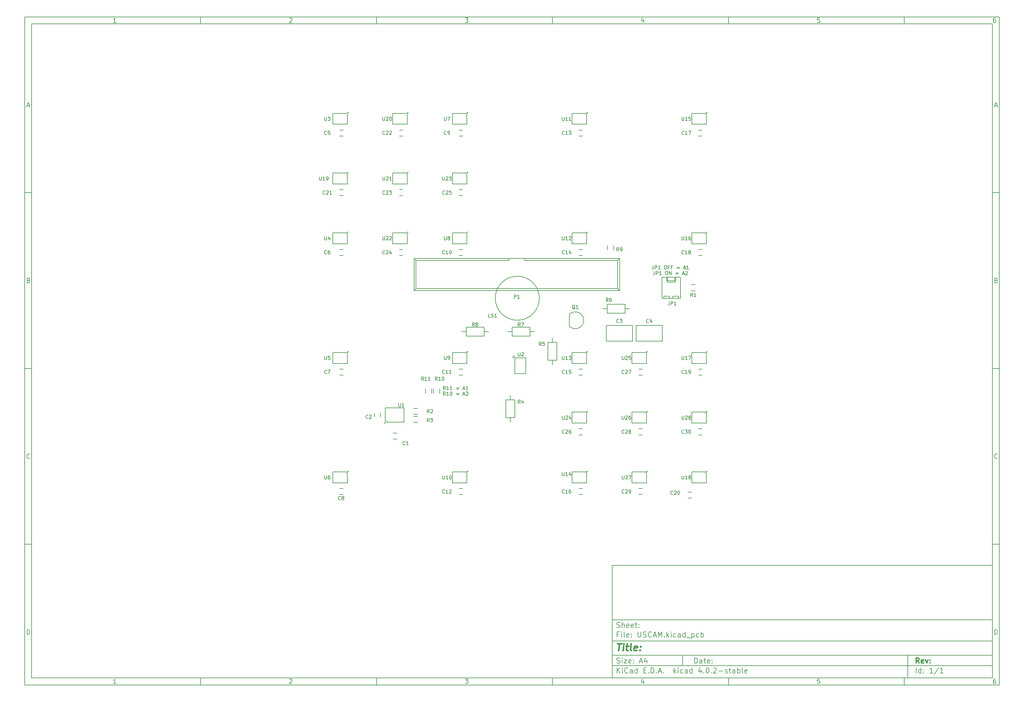
<source format=gto>
G04 #@! TF.FileFunction,Legend,Top*
%FSLAX46Y46*%
G04 Gerber Fmt 4.6, Leading zero omitted, Abs format (unit mm)*
G04 Created by KiCad (PCBNEW 4.0.2-stable) date 7/30/2016 9:27:16 AM*
%MOMM*%
G01*
G04 APERTURE LIST*
%ADD10C,0.020000*%
%ADD11C,0.150000*%
%ADD12C,0.300000*%
%ADD13C,0.400000*%
%ADD14C,0.200000*%
G04 APERTURE END LIST*
D10*
D11*
X177002200Y-166007200D02*
X177002200Y-198007200D01*
X285002200Y-198007200D01*
X285002200Y-166007200D01*
X177002200Y-166007200D01*
D10*
D11*
X10000000Y-10000000D02*
X10000000Y-200007200D01*
X287002200Y-200007200D01*
X287002200Y-10000000D01*
X10000000Y-10000000D01*
D10*
D11*
X12000000Y-12000000D02*
X12000000Y-198007200D01*
X285002200Y-198007200D01*
X285002200Y-12000000D01*
X12000000Y-12000000D01*
D10*
D11*
X60000000Y-12000000D02*
X60000000Y-10000000D01*
D10*
D11*
X110000000Y-12000000D02*
X110000000Y-10000000D01*
D10*
D11*
X160000000Y-12000000D02*
X160000000Y-10000000D01*
D10*
D11*
X210000000Y-12000000D02*
X210000000Y-10000000D01*
D10*
D11*
X260000000Y-12000000D02*
X260000000Y-10000000D01*
D10*
D11*
X35990476Y-11588095D02*
X35247619Y-11588095D01*
X35619048Y-11588095D02*
X35619048Y-10288095D01*
X35495238Y-10473810D01*
X35371429Y-10597619D01*
X35247619Y-10659524D01*
D10*
D11*
X85247619Y-10411905D02*
X85309524Y-10350000D01*
X85433333Y-10288095D01*
X85742857Y-10288095D01*
X85866667Y-10350000D01*
X85928571Y-10411905D01*
X85990476Y-10535714D01*
X85990476Y-10659524D01*
X85928571Y-10845238D01*
X85185714Y-11588095D01*
X85990476Y-11588095D01*
D10*
D11*
X135185714Y-10288095D02*
X135990476Y-10288095D01*
X135557143Y-10783333D01*
X135742857Y-10783333D01*
X135866667Y-10845238D01*
X135928571Y-10907143D01*
X135990476Y-11030952D01*
X135990476Y-11340476D01*
X135928571Y-11464286D01*
X135866667Y-11526190D01*
X135742857Y-11588095D01*
X135371429Y-11588095D01*
X135247619Y-11526190D01*
X135185714Y-11464286D01*
D10*
D11*
X185866667Y-10721429D02*
X185866667Y-11588095D01*
X185557143Y-10226190D02*
X185247619Y-11154762D01*
X186052381Y-11154762D01*
D10*
D11*
X235928571Y-10288095D02*
X235309524Y-10288095D01*
X235247619Y-10907143D01*
X235309524Y-10845238D01*
X235433333Y-10783333D01*
X235742857Y-10783333D01*
X235866667Y-10845238D01*
X235928571Y-10907143D01*
X235990476Y-11030952D01*
X235990476Y-11340476D01*
X235928571Y-11464286D01*
X235866667Y-11526190D01*
X235742857Y-11588095D01*
X235433333Y-11588095D01*
X235309524Y-11526190D01*
X235247619Y-11464286D01*
D10*
D11*
X285866667Y-10288095D02*
X285619048Y-10288095D01*
X285495238Y-10350000D01*
X285433333Y-10411905D01*
X285309524Y-10597619D01*
X285247619Y-10845238D01*
X285247619Y-11340476D01*
X285309524Y-11464286D01*
X285371429Y-11526190D01*
X285495238Y-11588095D01*
X285742857Y-11588095D01*
X285866667Y-11526190D01*
X285928571Y-11464286D01*
X285990476Y-11340476D01*
X285990476Y-11030952D01*
X285928571Y-10907143D01*
X285866667Y-10845238D01*
X285742857Y-10783333D01*
X285495238Y-10783333D01*
X285371429Y-10845238D01*
X285309524Y-10907143D01*
X285247619Y-11030952D01*
D10*
D11*
X60000000Y-198007200D02*
X60000000Y-200007200D01*
D10*
D11*
X110000000Y-198007200D02*
X110000000Y-200007200D01*
D10*
D11*
X160000000Y-198007200D02*
X160000000Y-200007200D01*
D10*
D11*
X210000000Y-198007200D02*
X210000000Y-200007200D01*
D10*
D11*
X260000000Y-198007200D02*
X260000000Y-200007200D01*
D10*
D11*
X35990476Y-199595295D02*
X35247619Y-199595295D01*
X35619048Y-199595295D02*
X35619048Y-198295295D01*
X35495238Y-198481010D01*
X35371429Y-198604819D01*
X35247619Y-198666724D01*
D10*
D11*
X85247619Y-198419105D02*
X85309524Y-198357200D01*
X85433333Y-198295295D01*
X85742857Y-198295295D01*
X85866667Y-198357200D01*
X85928571Y-198419105D01*
X85990476Y-198542914D01*
X85990476Y-198666724D01*
X85928571Y-198852438D01*
X85185714Y-199595295D01*
X85990476Y-199595295D01*
D10*
D11*
X135185714Y-198295295D02*
X135990476Y-198295295D01*
X135557143Y-198790533D01*
X135742857Y-198790533D01*
X135866667Y-198852438D01*
X135928571Y-198914343D01*
X135990476Y-199038152D01*
X135990476Y-199347676D01*
X135928571Y-199471486D01*
X135866667Y-199533390D01*
X135742857Y-199595295D01*
X135371429Y-199595295D01*
X135247619Y-199533390D01*
X135185714Y-199471486D01*
D10*
D11*
X185866667Y-198728629D02*
X185866667Y-199595295D01*
X185557143Y-198233390D02*
X185247619Y-199161962D01*
X186052381Y-199161962D01*
D10*
D11*
X235928571Y-198295295D02*
X235309524Y-198295295D01*
X235247619Y-198914343D01*
X235309524Y-198852438D01*
X235433333Y-198790533D01*
X235742857Y-198790533D01*
X235866667Y-198852438D01*
X235928571Y-198914343D01*
X235990476Y-199038152D01*
X235990476Y-199347676D01*
X235928571Y-199471486D01*
X235866667Y-199533390D01*
X235742857Y-199595295D01*
X235433333Y-199595295D01*
X235309524Y-199533390D01*
X235247619Y-199471486D01*
D10*
D11*
X285866667Y-198295295D02*
X285619048Y-198295295D01*
X285495238Y-198357200D01*
X285433333Y-198419105D01*
X285309524Y-198604819D01*
X285247619Y-198852438D01*
X285247619Y-199347676D01*
X285309524Y-199471486D01*
X285371429Y-199533390D01*
X285495238Y-199595295D01*
X285742857Y-199595295D01*
X285866667Y-199533390D01*
X285928571Y-199471486D01*
X285990476Y-199347676D01*
X285990476Y-199038152D01*
X285928571Y-198914343D01*
X285866667Y-198852438D01*
X285742857Y-198790533D01*
X285495238Y-198790533D01*
X285371429Y-198852438D01*
X285309524Y-198914343D01*
X285247619Y-199038152D01*
D10*
D11*
X10000000Y-60000000D02*
X12000000Y-60000000D01*
D10*
D11*
X10000000Y-110000000D02*
X12000000Y-110000000D01*
D10*
D11*
X10000000Y-160000000D02*
X12000000Y-160000000D01*
D10*
D11*
X10690476Y-35216667D02*
X11309524Y-35216667D01*
X10566667Y-35588095D02*
X11000000Y-34288095D01*
X11433333Y-35588095D01*
D10*
D11*
X11092857Y-84907143D02*
X11278571Y-84969048D01*
X11340476Y-85030952D01*
X11402381Y-85154762D01*
X11402381Y-85340476D01*
X11340476Y-85464286D01*
X11278571Y-85526190D01*
X11154762Y-85588095D01*
X10659524Y-85588095D01*
X10659524Y-84288095D01*
X11092857Y-84288095D01*
X11216667Y-84350000D01*
X11278571Y-84411905D01*
X11340476Y-84535714D01*
X11340476Y-84659524D01*
X11278571Y-84783333D01*
X11216667Y-84845238D01*
X11092857Y-84907143D01*
X10659524Y-84907143D01*
D10*
D11*
X11402381Y-135464286D02*
X11340476Y-135526190D01*
X11154762Y-135588095D01*
X11030952Y-135588095D01*
X10845238Y-135526190D01*
X10721429Y-135402381D01*
X10659524Y-135278571D01*
X10597619Y-135030952D01*
X10597619Y-134845238D01*
X10659524Y-134597619D01*
X10721429Y-134473810D01*
X10845238Y-134350000D01*
X11030952Y-134288095D01*
X11154762Y-134288095D01*
X11340476Y-134350000D01*
X11402381Y-134411905D01*
D10*
D11*
X10659524Y-185588095D02*
X10659524Y-184288095D01*
X10969048Y-184288095D01*
X11154762Y-184350000D01*
X11278571Y-184473810D01*
X11340476Y-184597619D01*
X11402381Y-184845238D01*
X11402381Y-185030952D01*
X11340476Y-185278571D01*
X11278571Y-185402381D01*
X11154762Y-185526190D01*
X10969048Y-185588095D01*
X10659524Y-185588095D01*
D10*
D11*
X287002200Y-60000000D02*
X285002200Y-60000000D01*
D10*
D11*
X287002200Y-110000000D02*
X285002200Y-110000000D01*
D10*
D11*
X287002200Y-160000000D02*
X285002200Y-160000000D01*
D10*
D11*
X285692676Y-35216667D02*
X286311724Y-35216667D01*
X285568867Y-35588095D02*
X286002200Y-34288095D01*
X286435533Y-35588095D01*
D10*
D11*
X286095057Y-84907143D02*
X286280771Y-84969048D01*
X286342676Y-85030952D01*
X286404581Y-85154762D01*
X286404581Y-85340476D01*
X286342676Y-85464286D01*
X286280771Y-85526190D01*
X286156962Y-85588095D01*
X285661724Y-85588095D01*
X285661724Y-84288095D01*
X286095057Y-84288095D01*
X286218867Y-84350000D01*
X286280771Y-84411905D01*
X286342676Y-84535714D01*
X286342676Y-84659524D01*
X286280771Y-84783333D01*
X286218867Y-84845238D01*
X286095057Y-84907143D01*
X285661724Y-84907143D01*
D10*
D11*
X286404581Y-135464286D02*
X286342676Y-135526190D01*
X286156962Y-135588095D01*
X286033152Y-135588095D01*
X285847438Y-135526190D01*
X285723629Y-135402381D01*
X285661724Y-135278571D01*
X285599819Y-135030952D01*
X285599819Y-134845238D01*
X285661724Y-134597619D01*
X285723629Y-134473810D01*
X285847438Y-134350000D01*
X286033152Y-134288095D01*
X286156962Y-134288095D01*
X286342676Y-134350000D01*
X286404581Y-134411905D01*
D10*
D11*
X285661724Y-185588095D02*
X285661724Y-184288095D01*
X285971248Y-184288095D01*
X286156962Y-184350000D01*
X286280771Y-184473810D01*
X286342676Y-184597619D01*
X286404581Y-184845238D01*
X286404581Y-185030952D01*
X286342676Y-185278571D01*
X286280771Y-185402381D01*
X286156962Y-185526190D01*
X285971248Y-185588095D01*
X285661724Y-185588095D01*
D10*
D11*
X200359343Y-193785771D02*
X200359343Y-192285771D01*
X200716486Y-192285771D01*
X200930771Y-192357200D01*
X201073629Y-192500057D01*
X201145057Y-192642914D01*
X201216486Y-192928629D01*
X201216486Y-193142914D01*
X201145057Y-193428629D01*
X201073629Y-193571486D01*
X200930771Y-193714343D01*
X200716486Y-193785771D01*
X200359343Y-193785771D01*
X202502200Y-193785771D02*
X202502200Y-193000057D01*
X202430771Y-192857200D01*
X202287914Y-192785771D01*
X202002200Y-192785771D01*
X201859343Y-192857200D01*
X202502200Y-193714343D02*
X202359343Y-193785771D01*
X202002200Y-193785771D01*
X201859343Y-193714343D01*
X201787914Y-193571486D01*
X201787914Y-193428629D01*
X201859343Y-193285771D01*
X202002200Y-193214343D01*
X202359343Y-193214343D01*
X202502200Y-193142914D01*
X203002200Y-192785771D02*
X203573629Y-192785771D01*
X203216486Y-192285771D02*
X203216486Y-193571486D01*
X203287914Y-193714343D01*
X203430772Y-193785771D01*
X203573629Y-193785771D01*
X204645057Y-193714343D02*
X204502200Y-193785771D01*
X204216486Y-193785771D01*
X204073629Y-193714343D01*
X204002200Y-193571486D01*
X204002200Y-193000057D01*
X204073629Y-192857200D01*
X204216486Y-192785771D01*
X204502200Y-192785771D01*
X204645057Y-192857200D01*
X204716486Y-193000057D01*
X204716486Y-193142914D01*
X204002200Y-193285771D01*
X205359343Y-193642914D02*
X205430771Y-193714343D01*
X205359343Y-193785771D01*
X205287914Y-193714343D01*
X205359343Y-193642914D01*
X205359343Y-193785771D01*
X205359343Y-192857200D02*
X205430771Y-192928629D01*
X205359343Y-193000057D01*
X205287914Y-192928629D01*
X205359343Y-192857200D01*
X205359343Y-193000057D01*
D10*
D11*
X177002200Y-194507200D02*
X285002200Y-194507200D01*
D10*
D11*
X178359343Y-196585771D02*
X178359343Y-195085771D01*
X179216486Y-196585771D02*
X178573629Y-195728629D01*
X179216486Y-195085771D02*
X178359343Y-195942914D01*
X179859343Y-196585771D02*
X179859343Y-195585771D01*
X179859343Y-195085771D02*
X179787914Y-195157200D01*
X179859343Y-195228629D01*
X179930771Y-195157200D01*
X179859343Y-195085771D01*
X179859343Y-195228629D01*
X181430772Y-196442914D02*
X181359343Y-196514343D01*
X181145057Y-196585771D01*
X181002200Y-196585771D01*
X180787915Y-196514343D01*
X180645057Y-196371486D01*
X180573629Y-196228629D01*
X180502200Y-195942914D01*
X180502200Y-195728629D01*
X180573629Y-195442914D01*
X180645057Y-195300057D01*
X180787915Y-195157200D01*
X181002200Y-195085771D01*
X181145057Y-195085771D01*
X181359343Y-195157200D01*
X181430772Y-195228629D01*
X182716486Y-196585771D02*
X182716486Y-195800057D01*
X182645057Y-195657200D01*
X182502200Y-195585771D01*
X182216486Y-195585771D01*
X182073629Y-195657200D01*
X182716486Y-196514343D02*
X182573629Y-196585771D01*
X182216486Y-196585771D01*
X182073629Y-196514343D01*
X182002200Y-196371486D01*
X182002200Y-196228629D01*
X182073629Y-196085771D01*
X182216486Y-196014343D01*
X182573629Y-196014343D01*
X182716486Y-195942914D01*
X184073629Y-196585771D02*
X184073629Y-195085771D01*
X184073629Y-196514343D02*
X183930772Y-196585771D01*
X183645058Y-196585771D01*
X183502200Y-196514343D01*
X183430772Y-196442914D01*
X183359343Y-196300057D01*
X183359343Y-195871486D01*
X183430772Y-195728629D01*
X183502200Y-195657200D01*
X183645058Y-195585771D01*
X183930772Y-195585771D01*
X184073629Y-195657200D01*
X185930772Y-195800057D02*
X186430772Y-195800057D01*
X186645058Y-196585771D02*
X185930772Y-196585771D01*
X185930772Y-195085771D01*
X186645058Y-195085771D01*
X187287915Y-196442914D02*
X187359343Y-196514343D01*
X187287915Y-196585771D01*
X187216486Y-196514343D01*
X187287915Y-196442914D01*
X187287915Y-196585771D01*
X188002201Y-196585771D02*
X188002201Y-195085771D01*
X188359344Y-195085771D01*
X188573629Y-195157200D01*
X188716487Y-195300057D01*
X188787915Y-195442914D01*
X188859344Y-195728629D01*
X188859344Y-195942914D01*
X188787915Y-196228629D01*
X188716487Y-196371486D01*
X188573629Y-196514343D01*
X188359344Y-196585771D01*
X188002201Y-196585771D01*
X189502201Y-196442914D02*
X189573629Y-196514343D01*
X189502201Y-196585771D01*
X189430772Y-196514343D01*
X189502201Y-196442914D01*
X189502201Y-196585771D01*
X190145058Y-196157200D02*
X190859344Y-196157200D01*
X190002201Y-196585771D02*
X190502201Y-195085771D01*
X191002201Y-196585771D01*
X191502201Y-196442914D02*
X191573629Y-196514343D01*
X191502201Y-196585771D01*
X191430772Y-196514343D01*
X191502201Y-196442914D01*
X191502201Y-196585771D01*
X194502201Y-196585771D02*
X194502201Y-195085771D01*
X194645058Y-196014343D02*
X195073629Y-196585771D01*
X195073629Y-195585771D02*
X194502201Y-196157200D01*
X195716487Y-196585771D02*
X195716487Y-195585771D01*
X195716487Y-195085771D02*
X195645058Y-195157200D01*
X195716487Y-195228629D01*
X195787915Y-195157200D01*
X195716487Y-195085771D01*
X195716487Y-195228629D01*
X197073630Y-196514343D02*
X196930773Y-196585771D01*
X196645059Y-196585771D01*
X196502201Y-196514343D01*
X196430773Y-196442914D01*
X196359344Y-196300057D01*
X196359344Y-195871486D01*
X196430773Y-195728629D01*
X196502201Y-195657200D01*
X196645059Y-195585771D01*
X196930773Y-195585771D01*
X197073630Y-195657200D01*
X198359344Y-196585771D02*
X198359344Y-195800057D01*
X198287915Y-195657200D01*
X198145058Y-195585771D01*
X197859344Y-195585771D01*
X197716487Y-195657200D01*
X198359344Y-196514343D02*
X198216487Y-196585771D01*
X197859344Y-196585771D01*
X197716487Y-196514343D01*
X197645058Y-196371486D01*
X197645058Y-196228629D01*
X197716487Y-196085771D01*
X197859344Y-196014343D01*
X198216487Y-196014343D01*
X198359344Y-195942914D01*
X199716487Y-196585771D02*
X199716487Y-195085771D01*
X199716487Y-196514343D02*
X199573630Y-196585771D01*
X199287916Y-196585771D01*
X199145058Y-196514343D01*
X199073630Y-196442914D01*
X199002201Y-196300057D01*
X199002201Y-195871486D01*
X199073630Y-195728629D01*
X199145058Y-195657200D01*
X199287916Y-195585771D01*
X199573630Y-195585771D01*
X199716487Y-195657200D01*
X202216487Y-195585771D02*
X202216487Y-196585771D01*
X201859344Y-195014343D02*
X201502201Y-196085771D01*
X202430773Y-196085771D01*
X203002201Y-196442914D02*
X203073629Y-196514343D01*
X203002201Y-196585771D01*
X202930772Y-196514343D01*
X203002201Y-196442914D01*
X203002201Y-196585771D01*
X204002201Y-195085771D02*
X204145058Y-195085771D01*
X204287915Y-195157200D01*
X204359344Y-195228629D01*
X204430773Y-195371486D01*
X204502201Y-195657200D01*
X204502201Y-196014343D01*
X204430773Y-196300057D01*
X204359344Y-196442914D01*
X204287915Y-196514343D01*
X204145058Y-196585771D01*
X204002201Y-196585771D01*
X203859344Y-196514343D01*
X203787915Y-196442914D01*
X203716487Y-196300057D01*
X203645058Y-196014343D01*
X203645058Y-195657200D01*
X203716487Y-195371486D01*
X203787915Y-195228629D01*
X203859344Y-195157200D01*
X204002201Y-195085771D01*
X205145058Y-196442914D02*
X205216486Y-196514343D01*
X205145058Y-196585771D01*
X205073629Y-196514343D01*
X205145058Y-196442914D01*
X205145058Y-196585771D01*
X205787915Y-195228629D02*
X205859344Y-195157200D01*
X206002201Y-195085771D01*
X206359344Y-195085771D01*
X206502201Y-195157200D01*
X206573630Y-195228629D01*
X206645058Y-195371486D01*
X206645058Y-195514343D01*
X206573630Y-195728629D01*
X205716487Y-196585771D01*
X206645058Y-196585771D01*
X207287915Y-196014343D02*
X208430772Y-196014343D01*
X209073629Y-196514343D02*
X209216486Y-196585771D01*
X209502201Y-196585771D01*
X209645058Y-196514343D01*
X209716486Y-196371486D01*
X209716486Y-196300057D01*
X209645058Y-196157200D01*
X209502201Y-196085771D01*
X209287915Y-196085771D01*
X209145058Y-196014343D01*
X209073629Y-195871486D01*
X209073629Y-195800057D01*
X209145058Y-195657200D01*
X209287915Y-195585771D01*
X209502201Y-195585771D01*
X209645058Y-195657200D01*
X210145058Y-195585771D02*
X210716487Y-195585771D01*
X210359344Y-195085771D02*
X210359344Y-196371486D01*
X210430772Y-196514343D01*
X210573630Y-196585771D01*
X210716487Y-196585771D01*
X211859344Y-196585771D02*
X211859344Y-195800057D01*
X211787915Y-195657200D01*
X211645058Y-195585771D01*
X211359344Y-195585771D01*
X211216487Y-195657200D01*
X211859344Y-196514343D02*
X211716487Y-196585771D01*
X211359344Y-196585771D01*
X211216487Y-196514343D01*
X211145058Y-196371486D01*
X211145058Y-196228629D01*
X211216487Y-196085771D01*
X211359344Y-196014343D01*
X211716487Y-196014343D01*
X211859344Y-195942914D01*
X212573630Y-196585771D02*
X212573630Y-195085771D01*
X212573630Y-195657200D02*
X212716487Y-195585771D01*
X213002201Y-195585771D01*
X213145058Y-195657200D01*
X213216487Y-195728629D01*
X213287916Y-195871486D01*
X213287916Y-196300057D01*
X213216487Y-196442914D01*
X213145058Y-196514343D01*
X213002201Y-196585771D01*
X212716487Y-196585771D01*
X212573630Y-196514343D01*
X214145059Y-196585771D02*
X214002201Y-196514343D01*
X213930773Y-196371486D01*
X213930773Y-195085771D01*
X215287915Y-196514343D02*
X215145058Y-196585771D01*
X214859344Y-196585771D01*
X214716487Y-196514343D01*
X214645058Y-196371486D01*
X214645058Y-195800057D01*
X214716487Y-195657200D01*
X214859344Y-195585771D01*
X215145058Y-195585771D01*
X215287915Y-195657200D01*
X215359344Y-195800057D01*
X215359344Y-195942914D01*
X214645058Y-196085771D01*
D10*
D11*
X177002200Y-191507200D02*
X285002200Y-191507200D01*
D10*
D12*
X264216486Y-193785771D02*
X263716486Y-193071486D01*
X263359343Y-193785771D02*
X263359343Y-192285771D01*
X263930771Y-192285771D01*
X264073629Y-192357200D01*
X264145057Y-192428629D01*
X264216486Y-192571486D01*
X264216486Y-192785771D01*
X264145057Y-192928629D01*
X264073629Y-193000057D01*
X263930771Y-193071486D01*
X263359343Y-193071486D01*
X265430771Y-193714343D02*
X265287914Y-193785771D01*
X265002200Y-193785771D01*
X264859343Y-193714343D01*
X264787914Y-193571486D01*
X264787914Y-193000057D01*
X264859343Y-192857200D01*
X265002200Y-192785771D01*
X265287914Y-192785771D01*
X265430771Y-192857200D01*
X265502200Y-193000057D01*
X265502200Y-193142914D01*
X264787914Y-193285771D01*
X266002200Y-192785771D02*
X266359343Y-193785771D01*
X266716485Y-192785771D01*
X267287914Y-193642914D02*
X267359342Y-193714343D01*
X267287914Y-193785771D01*
X267216485Y-193714343D01*
X267287914Y-193642914D01*
X267287914Y-193785771D01*
X267287914Y-192857200D02*
X267359342Y-192928629D01*
X267287914Y-193000057D01*
X267216485Y-192928629D01*
X267287914Y-192857200D01*
X267287914Y-193000057D01*
D10*
D11*
X178287914Y-193714343D02*
X178502200Y-193785771D01*
X178859343Y-193785771D01*
X179002200Y-193714343D01*
X179073629Y-193642914D01*
X179145057Y-193500057D01*
X179145057Y-193357200D01*
X179073629Y-193214343D01*
X179002200Y-193142914D01*
X178859343Y-193071486D01*
X178573629Y-193000057D01*
X178430771Y-192928629D01*
X178359343Y-192857200D01*
X178287914Y-192714343D01*
X178287914Y-192571486D01*
X178359343Y-192428629D01*
X178430771Y-192357200D01*
X178573629Y-192285771D01*
X178930771Y-192285771D01*
X179145057Y-192357200D01*
X179787914Y-193785771D02*
X179787914Y-192785771D01*
X179787914Y-192285771D02*
X179716485Y-192357200D01*
X179787914Y-192428629D01*
X179859342Y-192357200D01*
X179787914Y-192285771D01*
X179787914Y-192428629D01*
X180359343Y-192785771D02*
X181145057Y-192785771D01*
X180359343Y-193785771D01*
X181145057Y-193785771D01*
X182287914Y-193714343D02*
X182145057Y-193785771D01*
X181859343Y-193785771D01*
X181716486Y-193714343D01*
X181645057Y-193571486D01*
X181645057Y-193000057D01*
X181716486Y-192857200D01*
X181859343Y-192785771D01*
X182145057Y-192785771D01*
X182287914Y-192857200D01*
X182359343Y-193000057D01*
X182359343Y-193142914D01*
X181645057Y-193285771D01*
X183002200Y-193642914D02*
X183073628Y-193714343D01*
X183002200Y-193785771D01*
X182930771Y-193714343D01*
X183002200Y-193642914D01*
X183002200Y-193785771D01*
X183002200Y-192857200D02*
X183073628Y-192928629D01*
X183002200Y-193000057D01*
X182930771Y-192928629D01*
X183002200Y-192857200D01*
X183002200Y-193000057D01*
X184787914Y-193357200D02*
X185502200Y-193357200D01*
X184645057Y-193785771D02*
X185145057Y-192285771D01*
X185645057Y-193785771D01*
X186787914Y-192785771D02*
X186787914Y-193785771D01*
X186430771Y-192214343D02*
X186073628Y-193285771D01*
X187002200Y-193285771D01*
D10*
D11*
X263359343Y-196585771D02*
X263359343Y-195085771D01*
X264716486Y-196585771D02*
X264716486Y-195085771D01*
X264716486Y-196514343D02*
X264573629Y-196585771D01*
X264287915Y-196585771D01*
X264145057Y-196514343D01*
X264073629Y-196442914D01*
X264002200Y-196300057D01*
X264002200Y-195871486D01*
X264073629Y-195728629D01*
X264145057Y-195657200D01*
X264287915Y-195585771D01*
X264573629Y-195585771D01*
X264716486Y-195657200D01*
X265430772Y-196442914D02*
X265502200Y-196514343D01*
X265430772Y-196585771D01*
X265359343Y-196514343D01*
X265430772Y-196442914D01*
X265430772Y-196585771D01*
X265430772Y-195657200D02*
X265502200Y-195728629D01*
X265430772Y-195800057D01*
X265359343Y-195728629D01*
X265430772Y-195657200D01*
X265430772Y-195800057D01*
X268073629Y-196585771D02*
X267216486Y-196585771D01*
X267645058Y-196585771D02*
X267645058Y-195085771D01*
X267502201Y-195300057D01*
X267359343Y-195442914D01*
X267216486Y-195514343D01*
X269787914Y-195014343D02*
X268502200Y-196942914D01*
X271073629Y-196585771D02*
X270216486Y-196585771D01*
X270645058Y-196585771D02*
X270645058Y-195085771D01*
X270502201Y-195300057D01*
X270359343Y-195442914D01*
X270216486Y-195514343D01*
D10*
D11*
X177002200Y-187507200D02*
X285002200Y-187507200D01*
D10*
D13*
X178454581Y-188211962D02*
X179597438Y-188211962D01*
X178776010Y-190211962D02*
X179026010Y-188211962D01*
X180014105Y-190211962D02*
X180180771Y-188878629D01*
X180264105Y-188211962D02*
X180156962Y-188307200D01*
X180240295Y-188402438D01*
X180347439Y-188307200D01*
X180264105Y-188211962D01*
X180240295Y-188402438D01*
X180847438Y-188878629D02*
X181609343Y-188878629D01*
X181216486Y-188211962D02*
X181002200Y-189926248D01*
X181073630Y-190116724D01*
X181252201Y-190211962D01*
X181442677Y-190211962D01*
X182395058Y-190211962D02*
X182216487Y-190116724D01*
X182145057Y-189926248D01*
X182359343Y-188211962D01*
X183930772Y-190116724D02*
X183728391Y-190211962D01*
X183347439Y-190211962D01*
X183168867Y-190116724D01*
X183097438Y-189926248D01*
X183192676Y-189164343D01*
X183311724Y-188973867D01*
X183514105Y-188878629D01*
X183895057Y-188878629D01*
X184073629Y-188973867D01*
X184145057Y-189164343D01*
X184121248Y-189354819D01*
X183145057Y-189545295D01*
X184895057Y-190021486D02*
X184978392Y-190116724D01*
X184871248Y-190211962D01*
X184787915Y-190116724D01*
X184895057Y-190021486D01*
X184871248Y-190211962D01*
X185026010Y-188973867D02*
X185109344Y-189069105D01*
X185002200Y-189164343D01*
X184918867Y-189069105D01*
X185026010Y-188973867D01*
X185002200Y-189164343D01*
D10*
D11*
X178859343Y-185600057D02*
X178359343Y-185600057D01*
X178359343Y-186385771D02*
X178359343Y-184885771D01*
X179073629Y-184885771D01*
X179645057Y-186385771D02*
X179645057Y-185385771D01*
X179645057Y-184885771D02*
X179573628Y-184957200D01*
X179645057Y-185028629D01*
X179716485Y-184957200D01*
X179645057Y-184885771D01*
X179645057Y-185028629D01*
X180573629Y-186385771D02*
X180430771Y-186314343D01*
X180359343Y-186171486D01*
X180359343Y-184885771D01*
X181716485Y-186314343D02*
X181573628Y-186385771D01*
X181287914Y-186385771D01*
X181145057Y-186314343D01*
X181073628Y-186171486D01*
X181073628Y-185600057D01*
X181145057Y-185457200D01*
X181287914Y-185385771D01*
X181573628Y-185385771D01*
X181716485Y-185457200D01*
X181787914Y-185600057D01*
X181787914Y-185742914D01*
X181073628Y-185885771D01*
X182430771Y-186242914D02*
X182502199Y-186314343D01*
X182430771Y-186385771D01*
X182359342Y-186314343D01*
X182430771Y-186242914D01*
X182430771Y-186385771D01*
X182430771Y-185457200D02*
X182502199Y-185528629D01*
X182430771Y-185600057D01*
X182359342Y-185528629D01*
X182430771Y-185457200D01*
X182430771Y-185600057D01*
X184287914Y-184885771D02*
X184287914Y-186100057D01*
X184359342Y-186242914D01*
X184430771Y-186314343D01*
X184573628Y-186385771D01*
X184859342Y-186385771D01*
X185002200Y-186314343D01*
X185073628Y-186242914D01*
X185145057Y-186100057D01*
X185145057Y-184885771D01*
X185787914Y-186314343D02*
X186002200Y-186385771D01*
X186359343Y-186385771D01*
X186502200Y-186314343D01*
X186573629Y-186242914D01*
X186645057Y-186100057D01*
X186645057Y-185957200D01*
X186573629Y-185814343D01*
X186502200Y-185742914D01*
X186359343Y-185671486D01*
X186073629Y-185600057D01*
X185930771Y-185528629D01*
X185859343Y-185457200D01*
X185787914Y-185314343D01*
X185787914Y-185171486D01*
X185859343Y-185028629D01*
X185930771Y-184957200D01*
X186073629Y-184885771D01*
X186430771Y-184885771D01*
X186645057Y-184957200D01*
X188145057Y-186242914D02*
X188073628Y-186314343D01*
X187859342Y-186385771D01*
X187716485Y-186385771D01*
X187502200Y-186314343D01*
X187359342Y-186171486D01*
X187287914Y-186028629D01*
X187216485Y-185742914D01*
X187216485Y-185528629D01*
X187287914Y-185242914D01*
X187359342Y-185100057D01*
X187502200Y-184957200D01*
X187716485Y-184885771D01*
X187859342Y-184885771D01*
X188073628Y-184957200D01*
X188145057Y-185028629D01*
X188716485Y-185957200D02*
X189430771Y-185957200D01*
X188573628Y-186385771D02*
X189073628Y-184885771D01*
X189573628Y-186385771D01*
X190073628Y-186385771D02*
X190073628Y-184885771D01*
X190573628Y-185957200D01*
X191073628Y-184885771D01*
X191073628Y-186385771D01*
X191787914Y-186242914D02*
X191859342Y-186314343D01*
X191787914Y-186385771D01*
X191716485Y-186314343D01*
X191787914Y-186242914D01*
X191787914Y-186385771D01*
X192502200Y-186385771D02*
X192502200Y-184885771D01*
X192645057Y-185814343D02*
X193073628Y-186385771D01*
X193073628Y-185385771D02*
X192502200Y-185957200D01*
X193716486Y-186385771D02*
X193716486Y-185385771D01*
X193716486Y-184885771D02*
X193645057Y-184957200D01*
X193716486Y-185028629D01*
X193787914Y-184957200D01*
X193716486Y-184885771D01*
X193716486Y-185028629D01*
X195073629Y-186314343D02*
X194930772Y-186385771D01*
X194645058Y-186385771D01*
X194502200Y-186314343D01*
X194430772Y-186242914D01*
X194359343Y-186100057D01*
X194359343Y-185671486D01*
X194430772Y-185528629D01*
X194502200Y-185457200D01*
X194645058Y-185385771D01*
X194930772Y-185385771D01*
X195073629Y-185457200D01*
X196359343Y-186385771D02*
X196359343Y-185600057D01*
X196287914Y-185457200D01*
X196145057Y-185385771D01*
X195859343Y-185385771D01*
X195716486Y-185457200D01*
X196359343Y-186314343D02*
X196216486Y-186385771D01*
X195859343Y-186385771D01*
X195716486Y-186314343D01*
X195645057Y-186171486D01*
X195645057Y-186028629D01*
X195716486Y-185885771D01*
X195859343Y-185814343D01*
X196216486Y-185814343D01*
X196359343Y-185742914D01*
X197716486Y-186385771D02*
X197716486Y-184885771D01*
X197716486Y-186314343D02*
X197573629Y-186385771D01*
X197287915Y-186385771D01*
X197145057Y-186314343D01*
X197073629Y-186242914D01*
X197002200Y-186100057D01*
X197002200Y-185671486D01*
X197073629Y-185528629D01*
X197145057Y-185457200D01*
X197287915Y-185385771D01*
X197573629Y-185385771D01*
X197716486Y-185457200D01*
X198073629Y-186528629D02*
X199216486Y-186528629D01*
X199573629Y-185385771D02*
X199573629Y-186885771D01*
X199573629Y-185457200D02*
X199716486Y-185385771D01*
X200002200Y-185385771D01*
X200145057Y-185457200D01*
X200216486Y-185528629D01*
X200287915Y-185671486D01*
X200287915Y-186100057D01*
X200216486Y-186242914D01*
X200145057Y-186314343D01*
X200002200Y-186385771D01*
X199716486Y-186385771D01*
X199573629Y-186314343D01*
X201573629Y-186314343D02*
X201430772Y-186385771D01*
X201145058Y-186385771D01*
X201002200Y-186314343D01*
X200930772Y-186242914D01*
X200859343Y-186100057D01*
X200859343Y-185671486D01*
X200930772Y-185528629D01*
X201002200Y-185457200D01*
X201145058Y-185385771D01*
X201430772Y-185385771D01*
X201573629Y-185457200D01*
X202216486Y-186385771D02*
X202216486Y-184885771D01*
X202216486Y-185457200D02*
X202359343Y-185385771D01*
X202645057Y-185385771D01*
X202787914Y-185457200D01*
X202859343Y-185528629D01*
X202930772Y-185671486D01*
X202930772Y-186100057D01*
X202859343Y-186242914D01*
X202787914Y-186314343D01*
X202645057Y-186385771D01*
X202359343Y-186385771D01*
X202216486Y-186314343D01*
D10*
D11*
X177002200Y-181507200D02*
X285002200Y-181507200D01*
D10*
D11*
X178287914Y-183614343D02*
X178502200Y-183685771D01*
X178859343Y-183685771D01*
X179002200Y-183614343D01*
X179073629Y-183542914D01*
X179145057Y-183400057D01*
X179145057Y-183257200D01*
X179073629Y-183114343D01*
X179002200Y-183042914D01*
X178859343Y-182971486D01*
X178573629Y-182900057D01*
X178430771Y-182828629D01*
X178359343Y-182757200D01*
X178287914Y-182614343D01*
X178287914Y-182471486D01*
X178359343Y-182328629D01*
X178430771Y-182257200D01*
X178573629Y-182185771D01*
X178930771Y-182185771D01*
X179145057Y-182257200D01*
X179787914Y-183685771D02*
X179787914Y-182185771D01*
X180430771Y-183685771D02*
X180430771Y-182900057D01*
X180359342Y-182757200D01*
X180216485Y-182685771D01*
X180002200Y-182685771D01*
X179859342Y-182757200D01*
X179787914Y-182828629D01*
X181716485Y-183614343D02*
X181573628Y-183685771D01*
X181287914Y-183685771D01*
X181145057Y-183614343D01*
X181073628Y-183471486D01*
X181073628Y-182900057D01*
X181145057Y-182757200D01*
X181287914Y-182685771D01*
X181573628Y-182685771D01*
X181716485Y-182757200D01*
X181787914Y-182900057D01*
X181787914Y-183042914D01*
X181073628Y-183185771D01*
X183002199Y-183614343D02*
X182859342Y-183685771D01*
X182573628Y-183685771D01*
X182430771Y-183614343D01*
X182359342Y-183471486D01*
X182359342Y-182900057D01*
X182430771Y-182757200D01*
X182573628Y-182685771D01*
X182859342Y-182685771D01*
X183002199Y-182757200D01*
X183073628Y-182900057D01*
X183073628Y-183042914D01*
X182359342Y-183185771D01*
X183502199Y-182685771D02*
X184073628Y-182685771D01*
X183716485Y-182185771D02*
X183716485Y-183471486D01*
X183787913Y-183614343D01*
X183930771Y-183685771D01*
X184073628Y-183685771D01*
X184573628Y-183542914D02*
X184645056Y-183614343D01*
X184573628Y-183685771D01*
X184502199Y-183614343D01*
X184573628Y-183542914D01*
X184573628Y-183685771D01*
X184573628Y-182757200D02*
X184645056Y-182828629D01*
X184573628Y-182900057D01*
X184502199Y-182828629D01*
X184573628Y-182757200D01*
X184573628Y-182900057D01*
D10*
D11*
X197002200Y-191507200D02*
X197002200Y-194507200D01*
D10*
D11*
X261002200Y-191507200D02*
X261002200Y-198007200D01*
D14*
X188619708Y-80754521D02*
X188619708Y-81468807D01*
X188572088Y-81611664D01*
X188476850Y-81706902D01*
X188333993Y-81754521D01*
X188238755Y-81754521D01*
X189095898Y-81754521D02*
X189095898Y-80754521D01*
X189476851Y-80754521D01*
X189572089Y-80802140D01*
X189619708Y-80849759D01*
X189667327Y-80944997D01*
X189667327Y-81087854D01*
X189619708Y-81183092D01*
X189572089Y-81230711D01*
X189476851Y-81278330D01*
X189095898Y-81278330D01*
X190619708Y-81754521D02*
X190048279Y-81754521D01*
X190333993Y-81754521D02*
X190333993Y-80754521D01*
X190238755Y-80897378D01*
X190143517Y-80992616D01*
X190048279Y-81040235D01*
X192000660Y-80754521D02*
X192191137Y-80754521D01*
X192286375Y-80802140D01*
X192381613Y-80897378D01*
X192429232Y-81087854D01*
X192429232Y-81421188D01*
X192381613Y-81611664D01*
X192286375Y-81706902D01*
X192191137Y-81754521D01*
X192000660Y-81754521D01*
X191905422Y-81706902D01*
X191810184Y-81611664D01*
X191762565Y-81421188D01*
X191762565Y-81087854D01*
X191810184Y-80897378D01*
X191905422Y-80802140D01*
X192000660Y-80754521D01*
X193191137Y-81230711D02*
X192857803Y-81230711D01*
X192857803Y-81754521D02*
X192857803Y-80754521D01*
X193333994Y-80754521D01*
X194048280Y-81230711D02*
X193714946Y-81230711D01*
X193714946Y-81754521D02*
X193714946Y-80754521D01*
X194191137Y-80754521D01*
X195333994Y-81230711D02*
X196095899Y-81230711D01*
X196095899Y-81516426D02*
X195333994Y-81516426D01*
X197286375Y-81468807D02*
X197762566Y-81468807D01*
X197191137Y-81754521D02*
X197524470Y-80754521D01*
X197857804Y-81754521D01*
X198714947Y-81754521D02*
X198143518Y-81754521D01*
X198429232Y-81754521D02*
X198429232Y-80754521D01*
X198333994Y-80897378D01*
X198238756Y-80992616D01*
X198143518Y-81040235D01*
X188953041Y-82354521D02*
X188953041Y-83068807D01*
X188905421Y-83211664D01*
X188810183Y-83306902D01*
X188667326Y-83354521D01*
X188572088Y-83354521D01*
X189429231Y-83354521D02*
X189429231Y-82354521D01*
X189810184Y-82354521D01*
X189905422Y-82402140D01*
X189953041Y-82449759D01*
X190000660Y-82544997D01*
X190000660Y-82687854D01*
X189953041Y-82783092D01*
X189905422Y-82830711D01*
X189810184Y-82878330D01*
X189429231Y-82878330D01*
X190953041Y-83354521D02*
X190381612Y-83354521D01*
X190667326Y-83354521D02*
X190667326Y-82354521D01*
X190572088Y-82497378D01*
X190476850Y-82592616D01*
X190381612Y-82640235D01*
X192333993Y-82354521D02*
X192524470Y-82354521D01*
X192619708Y-82402140D01*
X192714946Y-82497378D01*
X192762565Y-82687854D01*
X192762565Y-83021188D01*
X192714946Y-83211664D01*
X192619708Y-83306902D01*
X192524470Y-83354521D01*
X192333993Y-83354521D01*
X192238755Y-83306902D01*
X192143517Y-83211664D01*
X192095898Y-83021188D01*
X192095898Y-82687854D01*
X192143517Y-82497378D01*
X192238755Y-82402140D01*
X192333993Y-82354521D01*
X193191136Y-83354521D02*
X193191136Y-82354521D01*
X193762565Y-83354521D01*
X193762565Y-82354521D01*
X195000660Y-82830711D02*
X195762565Y-82830711D01*
X195762565Y-83116426D02*
X195000660Y-83116426D01*
X196953041Y-83068807D02*
X197429232Y-83068807D01*
X196857803Y-83354521D02*
X197191136Y-82354521D01*
X197524470Y-83354521D01*
X197810184Y-82449759D02*
X197857803Y-82402140D01*
X197953041Y-82354521D01*
X198191137Y-82354521D01*
X198286375Y-82402140D01*
X198333994Y-82449759D01*
X198381613Y-82544997D01*
X198381613Y-82640235D01*
X198333994Y-82783092D01*
X197762565Y-83354521D01*
X198381613Y-83354521D01*
X129572089Y-116054521D02*
X129238755Y-115578330D01*
X129000660Y-116054521D02*
X129000660Y-115054521D01*
X129381613Y-115054521D01*
X129476851Y-115102140D01*
X129524470Y-115149759D01*
X129572089Y-115244997D01*
X129572089Y-115387854D01*
X129524470Y-115483092D01*
X129476851Y-115530711D01*
X129381613Y-115578330D01*
X129000660Y-115578330D01*
X130524470Y-116054521D02*
X129953041Y-116054521D01*
X130238755Y-116054521D02*
X130238755Y-115054521D01*
X130143517Y-115197378D01*
X130048279Y-115292616D01*
X129953041Y-115340235D01*
X131476851Y-116054521D02*
X130905422Y-116054521D01*
X131191136Y-116054521D02*
X131191136Y-115054521D01*
X131095898Y-115197378D01*
X131000660Y-115292616D01*
X130905422Y-115340235D01*
X132667327Y-115530711D02*
X133429232Y-115530711D01*
X133429232Y-115816426D02*
X132667327Y-115816426D01*
X134619708Y-115768807D02*
X135095899Y-115768807D01*
X134524470Y-116054521D02*
X134857803Y-115054521D01*
X135191137Y-116054521D01*
X136048280Y-116054521D02*
X135476851Y-116054521D01*
X135762565Y-116054521D02*
X135762565Y-115054521D01*
X135667327Y-115197378D01*
X135572089Y-115292616D01*
X135476851Y-115340235D01*
X129572089Y-117654521D02*
X129238755Y-117178330D01*
X129000660Y-117654521D02*
X129000660Y-116654521D01*
X129381613Y-116654521D01*
X129476851Y-116702140D01*
X129524470Y-116749759D01*
X129572089Y-116844997D01*
X129572089Y-116987854D01*
X129524470Y-117083092D01*
X129476851Y-117130711D01*
X129381613Y-117178330D01*
X129000660Y-117178330D01*
X130524470Y-117654521D02*
X129953041Y-117654521D01*
X130238755Y-117654521D02*
X130238755Y-116654521D01*
X130143517Y-116797378D01*
X130048279Y-116892616D01*
X129953041Y-116940235D01*
X131143517Y-116654521D02*
X131238756Y-116654521D01*
X131333994Y-116702140D01*
X131381613Y-116749759D01*
X131429232Y-116844997D01*
X131476851Y-117035473D01*
X131476851Y-117273569D01*
X131429232Y-117464045D01*
X131381613Y-117559283D01*
X131333994Y-117606902D01*
X131238756Y-117654521D01*
X131143517Y-117654521D01*
X131048279Y-117606902D01*
X131000660Y-117559283D01*
X130953041Y-117464045D01*
X130905422Y-117273569D01*
X130905422Y-117035473D01*
X130953041Y-116844997D01*
X131000660Y-116749759D01*
X131048279Y-116702140D01*
X131143517Y-116654521D01*
X132667327Y-117130711D02*
X133429232Y-117130711D01*
X133429232Y-117416426D02*
X132667327Y-117416426D01*
X134619708Y-117368807D02*
X135095899Y-117368807D01*
X134524470Y-117654521D02*
X134857803Y-116654521D01*
X135191137Y-117654521D01*
X135476851Y-116749759D02*
X135524470Y-116702140D01*
X135619708Y-116654521D01*
X135857804Y-116654521D01*
X135953042Y-116702140D01*
X136000661Y-116749759D01*
X136048280Y-116844997D01*
X136048280Y-116940235D01*
X136000661Y-117083092D01*
X135429232Y-117654521D01*
X136048280Y-117654521D01*
D11*
X120498660Y-121331140D02*
X121698660Y-121331140D01*
X121698660Y-123081140D02*
X120498660Y-123081140D01*
X115750000Y-128400000D02*
X114750000Y-128400000D01*
X114750000Y-130100000D02*
X115750000Y-130100000D01*
X109400000Y-122750000D02*
X109400000Y-123750000D01*
X111100000Y-123750000D02*
X111100000Y-122750000D01*
X175250000Y-97750000D02*
X182750000Y-97750000D01*
X182750000Y-97750000D02*
X182750000Y-102250000D01*
X182750000Y-102250000D02*
X175250000Y-102250000D01*
X175250000Y-102250000D02*
X175250000Y-97750000D01*
X183750000Y-97750000D02*
X191250000Y-97750000D01*
X191250000Y-97750000D02*
X191250000Y-102250000D01*
X191250000Y-102250000D02*
X183750000Y-102250000D01*
X183750000Y-102250000D02*
X183750000Y-97750000D01*
X99500000Y-43850000D02*
X100500000Y-43850000D01*
X100500000Y-42150000D02*
X99500000Y-42150000D01*
X99500000Y-77850000D02*
X100500000Y-77850000D01*
X100500000Y-76150000D02*
X99500000Y-76150000D01*
X99500000Y-111850000D02*
X100500000Y-111850000D01*
X100500000Y-110150000D02*
X99500000Y-110150000D01*
X99500000Y-145850000D02*
X100500000Y-145850000D01*
X100500000Y-144150000D02*
X99500000Y-144150000D01*
X133500000Y-43850000D02*
X134500000Y-43850000D01*
X134500000Y-42150000D02*
X133500000Y-42150000D01*
X133500000Y-77850000D02*
X134500000Y-77850000D01*
X134500000Y-76150000D02*
X133500000Y-76150000D01*
X133500000Y-111850000D02*
X134500000Y-111850000D01*
X134500000Y-110150000D02*
X133500000Y-110150000D01*
X133500000Y-145850000D02*
X134500000Y-145850000D01*
X134500000Y-144150000D02*
X133500000Y-144150000D01*
X167500000Y-43850000D02*
X168500000Y-43850000D01*
X168500000Y-42150000D02*
X167500000Y-42150000D01*
X167500000Y-77850000D02*
X168500000Y-77850000D01*
X168500000Y-76150000D02*
X167500000Y-76150000D01*
X167500000Y-111850000D02*
X168500000Y-111850000D01*
X168500000Y-110150000D02*
X167500000Y-110150000D01*
X167500000Y-145850000D02*
X168500000Y-145850000D01*
X168500000Y-144150000D02*
X167500000Y-144150000D01*
X201500000Y-43850000D02*
X202500000Y-43850000D01*
X202500000Y-42150000D02*
X201500000Y-42150000D01*
X201500000Y-77850000D02*
X202500000Y-77850000D01*
X202500000Y-76150000D02*
X201500000Y-76150000D01*
X201500000Y-111850000D02*
X202500000Y-111850000D01*
X202500000Y-110150000D02*
X201500000Y-110150000D01*
X198500660Y-146852140D02*
X199500660Y-146852140D01*
X199500660Y-145152140D02*
X198500660Y-145152140D01*
X99500000Y-60850000D02*
X100500000Y-60850000D01*
X100500000Y-59150000D02*
X99500000Y-59150000D01*
X116500000Y-43850000D02*
X117500000Y-43850000D01*
X117500000Y-42150000D02*
X116500000Y-42150000D01*
X116500000Y-60850000D02*
X117500000Y-60850000D01*
X117500000Y-59150000D02*
X116500000Y-59150000D01*
X116500000Y-77850000D02*
X117500000Y-77850000D01*
X117500000Y-76150000D02*
X116500000Y-76150000D01*
X133500000Y-60850000D02*
X134500000Y-60850000D01*
X134500000Y-59150000D02*
X133500000Y-59150000D01*
X167500000Y-128850000D02*
X168500000Y-128850000D01*
X168500000Y-127150000D02*
X167500000Y-127150000D01*
X184500000Y-111850000D02*
X185500000Y-111850000D01*
X185500000Y-110150000D02*
X184500000Y-110150000D01*
X184500000Y-128850000D02*
X185500000Y-128850000D01*
X185500000Y-127150000D02*
X184500000Y-127150000D01*
X184500000Y-145850000D02*
X185500000Y-145850000D01*
X185500000Y-144150000D02*
X184500000Y-144150000D01*
X201500000Y-128850000D02*
X202500000Y-128850000D01*
X202500000Y-127150000D02*
X201500000Y-127150000D01*
X196370660Y-90022140D02*
X196370660Y-84022140D01*
X196370660Y-84022140D02*
X191090660Y-84022140D01*
X191090660Y-84022140D02*
X191090660Y-90022140D01*
X191090660Y-90022140D02*
X196370660Y-90022140D01*
X195000660Y-84022140D02*
X195000660Y-85022140D01*
X195000660Y-85022140D02*
X192460660Y-85022140D01*
X192460660Y-85022140D02*
X192460660Y-84022140D01*
X195000660Y-85022140D02*
X194750660Y-85452140D01*
X194750660Y-85452140D02*
X192710660Y-85452140D01*
X192710660Y-85452140D02*
X192460660Y-85022140D01*
X194750660Y-84022140D02*
X194750660Y-85022140D01*
X192710660Y-84022140D02*
X192710660Y-85022140D01*
X195800660Y-90022140D02*
X195800660Y-89402140D01*
X195800660Y-89402140D02*
X194200660Y-89402140D01*
X194200660Y-89402140D02*
X194200660Y-90022140D01*
X193260660Y-90022140D02*
X193260660Y-89402140D01*
X193260660Y-89402140D02*
X191660660Y-89402140D01*
X191660660Y-89402140D02*
X191660660Y-90022140D01*
X179080000Y-87820000D02*
X120660000Y-87820000D01*
X178540000Y-87270000D02*
X121220000Y-87270000D01*
X179080000Y-78720000D02*
X120660000Y-78720000D01*
X178540000Y-79270000D02*
X152120000Y-79270000D01*
X147620000Y-79270000D02*
X121220000Y-79270000D01*
X152120000Y-79270000D02*
X152120000Y-78720000D01*
X147620000Y-79270000D02*
X147620000Y-78720000D01*
X179080000Y-87820000D02*
X179080000Y-78720000D01*
X178540000Y-87270000D02*
X178540000Y-79270000D01*
X120660000Y-87820000D02*
X120660000Y-78720000D01*
X121220000Y-87270000D02*
X121220000Y-79270000D01*
X179080000Y-87820000D02*
X178540000Y-87270000D01*
X120660000Y-87820000D02*
X121220000Y-87270000D01*
X179080000Y-78720000D02*
X178540000Y-79270000D01*
X120660000Y-78720000D02*
X121220000Y-79270000D01*
X164800000Y-94570000D02*
X164800000Y-97970000D01*
X164802944Y-94572944D02*
G75*
G02X168900000Y-96270000I1697056J-1697056D01*
G01*
X164802944Y-97967056D02*
G75*
G03X168900000Y-96270000I1697056J1697056D01*
G01*
X199400660Y-86127140D02*
X200600660Y-86127140D01*
X200600660Y-87877140D02*
X199400660Y-87877140D01*
X120498660Y-123617140D02*
X121698660Y-123617140D01*
X121698660Y-125367140D02*
X120498660Y-125367140D01*
X146730000Y-123960000D02*
X146730000Y-118880000D01*
X146730000Y-118880000D02*
X149270000Y-118880000D01*
X149270000Y-118880000D02*
X149270000Y-123960000D01*
X149270000Y-123960000D02*
X146730000Y-123960000D01*
X148000000Y-123960000D02*
X148000000Y-125230000D01*
X148000000Y-118880000D02*
X148000000Y-117610000D01*
X161270000Y-102540000D02*
X161270000Y-107620000D01*
X161270000Y-107620000D02*
X158730000Y-107620000D01*
X158730000Y-107620000D02*
X158730000Y-102540000D01*
X158730000Y-102540000D02*
X161270000Y-102540000D01*
X160000000Y-102540000D02*
X160000000Y-101270000D01*
X160000000Y-107620000D02*
X160000000Y-108890000D01*
X175540000Y-91730000D02*
X180620000Y-91730000D01*
X180620000Y-91730000D02*
X180620000Y-94270000D01*
X180620000Y-94270000D02*
X175540000Y-94270000D01*
X175540000Y-94270000D02*
X175540000Y-91730000D01*
X175540000Y-93000000D02*
X174270000Y-93000000D01*
X180620000Y-93000000D02*
X181890000Y-93000000D01*
X148540000Y-98230000D02*
X153620000Y-98230000D01*
X153620000Y-98230000D02*
X153620000Y-100770000D01*
X153620000Y-100770000D02*
X148540000Y-100770000D01*
X148540000Y-100770000D02*
X148540000Y-98230000D01*
X148540000Y-99500000D02*
X147270000Y-99500000D01*
X153620000Y-99500000D02*
X154890000Y-99500000D01*
X135540000Y-98230000D02*
X140620000Y-98230000D01*
X140620000Y-98230000D02*
X140620000Y-100770000D01*
X140620000Y-100770000D02*
X135540000Y-100770000D01*
X135540000Y-100770000D02*
X135540000Y-98230000D01*
X135540000Y-99500000D02*
X134270000Y-99500000D01*
X140620000Y-99500000D02*
X141890000Y-99500000D01*
X112540605Y-125393000D02*
G75*
G03X112540605Y-125393000I-179605J0D01*
G01*
X112488000Y-121202000D02*
X117822000Y-121202000D01*
X117822000Y-121202000D02*
X117822000Y-125266000D01*
X117822000Y-125266000D02*
X112996000Y-125266000D01*
X112996000Y-125266000D02*
X112488000Y-124758000D01*
X112488000Y-124758000D02*
X112488000Y-121202000D01*
X149299981Y-106730000D02*
G75*
G03X149299981Y-106730000I-283981J0D01*
G01*
X152445000Y-106984000D02*
X152445000Y-111429000D01*
X152445000Y-111429000D02*
X149270000Y-111429000D01*
X149270000Y-111429000D02*
X149270000Y-107365000D01*
X149270000Y-107365000D02*
X149651000Y-106984000D01*
X149651000Y-106984000D02*
X152445000Y-106984000D01*
X102000777Y-37287500D02*
G75*
G03X102000777Y-37287500I-176777J0D01*
G01*
X101699000Y-40537500D02*
X101699000Y-37787500D01*
X101699000Y-37787500D02*
X101324000Y-37412500D01*
X101324000Y-37412500D02*
X97574000Y-37412500D01*
X97574000Y-37412500D02*
X97574000Y-40537500D01*
X97574000Y-40537500D02*
X101699000Y-40537500D01*
X102000777Y-71287500D02*
G75*
G03X102000777Y-71287500I-176777J0D01*
G01*
X101699000Y-74537500D02*
X101699000Y-71787500D01*
X101699000Y-71787500D02*
X101324000Y-71412500D01*
X101324000Y-71412500D02*
X97574000Y-71412500D01*
X97574000Y-71412500D02*
X97574000Y-74537500D01*
X97574000Y-74537500D02*
X101699000Y-74537500D01*
X102000777Y-105287500D02*
G75*
G03X102000777Y-105287500I-176777J0D01*
G01*
X101699000Y-108537500D02*
X101699000Y-105787500D01*
X101699000Y-105787500D02*
X101324000Y-105412500D01*
X101324000Y-105412500D02*
X97574000Y-105412500D01*
X97574000Y-105412500D02*
X97574000Y-108537500D01*
X97574000Y-108537500D02*
X101699000Y-108537500D01*
X102000777Y-139287500D02*
G75*
G03X102000777Y-139287500I-176777J0D01*
G01*
X101699000Y-142537500D02*
X101699000Y-139787500D01*
X101699000Y-139787500D02*
X101324000Y-139412500D01*
X101324000Y-139412500D02*
X97574000Y-139412500D01*
X97574000Y-139412500D02*
X97574000Y-142537500D01*
X97574000Y-142537500D02*
X101699000Y-142537500D01*
X136000777Y-37287500D02*
G75*
G03X136000777Y-37287500I-176777J0D01*
G01*
X135699000Y-40537500D02*
X135699000Y-37787500D01*
X135699000Y-37787500D02*
X135324000Y-37412500D01*
X135324000Y-37412500D02*
X131574000Y-37412500D01*
X131574000Y-37412500D02*
X131574000Y-40537500D01*
X131574000Y-40537500D02*
X135699000Y-40537500D01*
X136000777Y-71287500D02*
G75*
G03X136000777Y-71287500I-176777J0D01*
G01*
X135699000Y-74537500D02*
X135699000Y-71787500D01*
X135699000Y-71787500D02*
X135324000Y-71412500D01*
X135324000Y-71412500D02*
X131574000Y-71412500D01*
X131574000Y-71412500D02*
X131574000Y-74537500D01*
X131574000Y-74537500D02*
X135699000Y-74537500D01*
X136000777Y-105287500D02*
G75*
G03X136000777Y-105287500I-176777J0D01*
G01*
X135699000Y-108537500D02*
X135699000Y-105787500D01*
X135699000Y-105787500D02*
X135324000Y-105412500D01*
X135324000Y-105412500D02*
X131574000Y-105412500D01*
X131574000Y-105412500D02*
X131574000Y-108537500D01*
X131574000Y-108537500D02*
X135699000Y-108537500D01*
X136000777Y-139287500D02*
G75*
G03X136000777Y-139287500I-176777J0D01*
G01*
X135699000Y-142537500D02*
X135699000Y-139787500D01*
X135699000Y-139787500D02*
X135324000Y-139412500D01*
X135324000Y-139412500D02*
X131574000Y-139412500D01*
X131574000Y-139412500D02*
X131574000Y-142537500D01*
X131574000Y-142537500D02*
X135699000Y-142537500D01*
X170000777Y-37287500D02*
G75*
G03X170000777Y-37287500I-176777J0D01*
G01*
X169699000Y-40537500D02*
X169699000Y-37787500D01*
X169699000Y-37787500D02*
X169324000Y-37412500D01*
X169324000Y-37412500D02*
X165574000Y-37412500D01*
X165574000Y-37412500D02*
X165574000Y-40537500D01*
X165574000Y-40537500D02*
X169699000Y-40537500D01*
X170000777Y-71287500D02*
G75*
G03X170000777Y-71287500I-176777J0D01*
G01*
X169699000Y-74537500D02*
X169699000Y-71787500D01*
X169699000Y-71787500D02*
X169324000Y-71412500D01*
X169324000Y-71412500D02*
X165574000Y-71412500D01*
X165574000Y-71412500D02*
X165574000Y-74537500D01*
X165574000Y-74537500D02*
X169699000Y-74537500D01*
X170000777Y-105287500D02*
G75*
G03X170000777Y-105287500I-176777J0D01*
G01*
X169699000Y-108537500D02*
X169699000Y-105787500D01*
X169699000Y-105787500D02*
X169324000Y-105412500D01*
X169324000Y-105412500D02*
X165574000Y-105412500D01*
X165574000Y-105412500D02*
X165574000Y-108537500D01*
X165574000Y-108537500D02*
X169699000Y-108537500D01*
X170000777Y-139287500D02*
G75*
G03X170000777Y-139287500I-176777J0D01*
G01*
X169699000Y-142537500D02*
X169699000Y-139787500D01*
X169699000Y-139787500D02*
X169324000Y-139412500D01*
X169324000Y-139412500D02*
X165574000Y-139412500D01*
X165574000Y-139412500D02*
X165574000Y-142537500D01*
X165574000Y-142537500D02*
X169699000Y-142537500D01*
X204000777Y-37287500D02*
G75*
G03X204000777Y-37287500I-176777J0D01*
G01*
X203699000Y-40537500D02*
X203699000Y-37787500D01*
X203699000Y-37787500D02*
X203324000Y-37412500D01*
X203324000Y-37412500D02*
X199574000Y-37412500D01*
X199574000Y-37412500D02*
X199574000Y-40537500D01*
X199574000Y-40537500D02*
X203699000Y-40537500D01*
X204000777Y-71287500D02*
G75*
G03X204000777Y-71287500I-176777J0D01*
G01*
X203699000Y-74537500D02*
X203699000Y-71787500D01*
X203699000Y-71787500D02*
X203324000Y-71412500D01*
X203324000Y-71412500D02*
X199574000Y-71412500D01*
X199574000Y-71412500D02*
X199574000Y-74537500D01*
X199574000Y-74537500D02*
X203699000Y-74537500D01*
X204000777Y-105287500D02*
G75*
G03X204000777Y-105287500I-176777J0D01*
G01*
X203699000Y-108537500D02*
X203699000Y-105787500D01*
X203699000Y-105787500D02*
X203324000Y-105412500D01*
X203324000Y-105412500D02*
X199574000Y-105412500D01*
X199574000Y-105412500D02*
X199574000Y-108537500D01*
X199574000Y-108537500D02*
X203699000Y-108537500D01*
X204000777Y-139287500D02*
G75*
G03X204000777Y-139287500I-176777J0D01*
G01*
X203699000Y-142537500D02*
X203699000Y-139787500D01*
X203699000Y-139787500D02*
X203324000Y-139412500D01*
X203324000Y-139412500D02*
X199574000Y-139412500D01*
X199574000Y-139412500D02*
X199574000Y-142537500D01*
X199574000Y-142537500D02*
X203699000Y-142537500D01*
X102000777Y-54287500D02*
G75*
G03X102000777Y-54287500I-176777J0D01*
G01*
X101699000Y-57537500D02*
X101699000Y-54787500D01*
X101699000Y-54787500D02*
X101324000Y-54412500D01*
X101324000Y-54412500D02*
X97574000Y-54412500D01*
X97574000Y-54412500D02*
X97574000Y-57537500D01*
X97574000Y-57537500D02*
X101699000Y-57537500D01*
X119000777Y-37287500D02*
G75*
G03X119000777Y-37287500I-176777J0D01*
G01*
X118699000Y-40537500D02*
X118699000Y-37787500D01*
X118699000Y-37787500D02*
X118324000Y-37412500D01*
X118324000Y-37412500D02*
X114574000Y-37412500D01*
X114574000Y-37412500D02*
X114574000Y-40537500D01*
X114574000Y-40537500D02*
X118699000Y-40537500D01*
X119000777Y-54287500D02*
G75*
G03X119000777Y-54287500I-176777J0D01*
G01*
X118699000Y-57537500D02*
X118699000Y-54787500D01*
X118699000Y-54787500D02*
X118324000Y-54412500D01*
X118324000Y-54412500D02*
X114574000Y-54412500D01*
X114574000Y-54412500D02*
X114574000Y-57537500D01*
X114574000Y-57537500D02*
X118699000Y-57537500D01*
X119000777Y-71287500D02*
G75*
G03X119000777Y-71287500I-176777J0D01*
G01*
X118699000Y-74537500D02*
X118699000Y-71787500D01*
X118699000Y-71787500D02*
X118324000Y-71412500D01*
X118324000Y-71412500D02*
X114574000Y-71412500D01*
X114574000Y-71412500D02*
X114574000Y-74537500D01*
X114574000Y-74537500D02*
X118699000Y-74537500D01*
X136000777Y-54287500D02*
G75*
G03X136000777Y-54287500I-176777J0D01*
G01*
X135699000Y-57537500D02*
X135699000Y-54787500D01*
X135699000Y-54787500D02*
X135324000Y-54412500D01*
X135324000Y-54412500D02*
X131574000Y-54412500D01*
X131574000Y-54412500D02*
X131574000Y-57537500D01*
X131574000Y-57537500D02*
X135699000Y-57537500D01*
X170000777Y-122287500D02*
G75*
G03X170000777Y-122287500I-176777J0D01*
G01*
X169699000Y-125537500D02*
X169699000Y-122787500D01*
X169699000Y-122787500D02*
X169324000Y-122412500D01*
X169324000Y-122412500D02*
X165574000Y-122412500D01*
X165574000Y-122412500D02*
X165574000Y-125537500D01*
X165574000Y-125537500D02*
X169699000Y-125537500D01*
X187000777Y-105287500D02*
G75*
G03X187000777Y-105287500I-176777J0D01*
G01*
X186699000Y-108537500D02*
X186699000Y-105787500D01*
X186699000Y-105787500D02*
X186324000Y-105412500D01*
X186324000Y-105412500D02*
X182574000Y-105412500D01*
X182574000Y-105412500D02*
X182574000Y-108537500D01*
X182574000Y-108537500D02*
X186699000Y-108537500D01*
X187000777Y-122287500D02*
G75*
G03X187000777Y-122287500I-176777J0D01*
G01*
X186699000Y-125537500D02*
X186699000Y-122787500D01*
X186699000Y-122787500D02*
X186324000Y-122412500D01*
X186324000Y-122412500D02*
X182574000Y-122412500D01*
X182574000Y-122412500D02*
X182574000Y-125537500D01*
X182574000Y-125537500D02*
X186699000Y-125537500D01*
X187000777Y-139287500D02*
G75*
G03X187000777Y-139287500I-176777J0D01*
G01*
X186699000Y-142537500D02*
X186699000Y-139787500D01*
X186699000Y-139787500D02*
X186324000Y-139412500D01*
X186324000Y-139412500D02*
X182574000Y-139412500D01*
X182574000Y-139412500D02*
X182574000Y-142537500D01*
X182574000Y-142537500D02*
X186699000Y-142537500D01*
X204000777Y-122287500D02*
G75*
G03X204000777Y-122287500I-176777J0D01*
G01*
X203699000Y-125537500D02*
X203699000Y-122787500D01*
X203699000Y-122787500D02*
X203324000Y-122412500D01*
X203324000Y-122412500D02*
X199574000Y-122412500D01*
X199574000Y-122412500D02*
X199574000Y-125537500D01*
X199574000Y-125537500D02*
X203699000Y-125537500D01*
X156264982Y-90000000D02*
G75*
G03X156264982Y-90000000I-6264982J0D01*
G01*
X177398000Y-75044400D02*
X177398000Y-76244400D01*
X175648000Y-76244400D02*
X175648000Y-75044400D01*
X127975660Y-115802140D02*
X127975660Y-117002140D01*
X126225660Y-117002140D02*
X126225660Y-115802140D01*
X125675660Y-115802140D02*
X125675660Y-117002140D01*
X123925660Y-117002140D02*
X123925660Y-115802140D01*
X124995994Y-122658521D02*
X124662660Y-122182330D01*
X124424565Y-122658521D02*
X124424565Y-121658521D01*
X124805518Y-121658521D01*
X124900756Y-121706140D01*
X124948375Y-121753759D01*
X124995994Y-121848997D01*
X124995994Y-121991854D01*
X124948375Y-122087092D01*
X124900756Y-122134711D01*
X124805518Y-122182330D01*
X124424565Y-122182330D01*
X125376946Y-121753759D02*
X125424565Y-121706140D01*
X125519803Y-121658521D01*
X125757899Y-121658521D01*
X125853137Y-121706140D01*
X125900756Y-121753759D01*
X125948375Y-121848997D01*
X125948375Y-121944235D01*
X125900756Y-122087092D01*
X125329327Y-122658521D01*
X125948375Y-122658521D01*
X118083334Y-131607143D02*
X118035715Y-131654762D01*
X117892858Y-131702381D01*
X117797620Y-131702381D01*
X117654762Y-131654762D01*
X117559524Y-131559524D01*
X117511905Y-131464286D01*
X117464286Y-131273810D01*
X117464286Y-131130952D01*
X117511905Y-130940476D01*
X117559524Y-130845238D01*
X117654762Y-130750000D01*
X117797620Y-130702381D01*
X117892858Y-130702381D01*
X118035715Y-130750000D01*
X118083334Y-130797619D01*
X119035715Y-131702381D02*
X118464286Y-131702381D01*
X118750000Y-131702381D02*
X118750000Y-130702381D01*
X118654762Y-130845238D01*
X118559524Y-130940476D01*
X118464286Y-130988095D01*
X107583334Y-124107143D02*
X107535715Y-124154762D01*
X107392858Y-124202381D01*
X107297620Y-124202381D01*
X107154762Y-124154762D01*
X107059524Y-124059524D01*
X107011905Y-123964286D01*
X106964286Y-123773810D01*
X106964286Y-123630952D01*
X107011905Y-123440476D01*
X107059524Y-123345238D01*
X107154762Y-123250000D01*
X107297620Y-123202381D01*
X107392858Y-123202381D01*
X107535715Y-123250000D01*
X107583334Y-123297619D01*
X107964286Y-123297619D02*
X108011905Y-123250000D01*
X108107143Y-123202381D01*
X108345239Y-123202381D01*
X108440477Y-123250000D01*
X108488096Y-123297619D01*
X108535715Y-123392857D01*
X108535715Y-123488095D01*
X108488096Y-123630952D01*
X107916667Y-124202381D01*
X108535715Y-124202381D01*
X178833334Y-96857143D02*
X178785715Y-96904762D01*
X178642858Y-96952381D01*
X178547620Y-96952381D01*
X178404762Y-96904762D01*
X178309524Y-96809524D01*
X178261905Y-96714286D01*
X178214286Y-96523810D01*
X178214286Y-96380952D01*
X178261905Y-96190476D01*
X178309524Y-96095238D01*
X178404762Y-96000000D01*
X178547620Y-95952381D01*
X178642858Y-95952381D01*
X178785715Y-96000000D01*
X178833334Y-96047619D01*
X179166667Y-95952381D02*
X179785715Y-95952381D01*
X179452381Y-96333333D01*
X179595239Y-96333333D01*
X179690477Y-96380952D01*
X179738096Y-96428571D01*
X179785715Y-96523810D01*
X179785715Y-96761905D01*
X179738096Y-96857143D01*
X179690477Y-96904762D01*
X179595239Y-96952381D01*
X179309524Y-96952381D01*
X179214286Y-96904762D01*
X179166667Y-96857143D01*
X187333334Y-96857143D02*
X187285715Y-96904762D01*
X187142858Y-96952381D01*
X187047620Y-96952381D01*
X186904762Y-96904762D01*
X186809524Y-96809524D01*
X186761905Y-96714286D01*
X186714286Y-96523810D01*
X186714286Y-96380952D01*
X186761905Y-96190476D01*
X186809524Y-96095238D01*
X186904762Y-96000000D01*
X187047620Y-95952381D01*
X187142858Y-95952381D01*
X187285715Y-96000000D01*
X187333334Y-96047619D01*
X188190477Y-96285714D02*
X188190477Y-96952381D01*
X187952381Y-95904762D02*
X187714286Y-96619048D01*
X188333334Y-96619048D01*
X95833334Y-43357143D02*
X95785715Y-43404762D01*
X95642858Y-43452381D01*
X95547620Y-43452381D01*
X95404762Y-43404762D01*
X95309524Y-43309524D01*
X95261905Y-43214286D01*
X95214286Y-43023810D01*
X95214286Y-42880952D01*
X95261905Y-42690476D01*
X95309524Y-42595238D01*
X95404762Y-42500000D01*
X95547620Y-42452381D01*
X95642858Y-42452381D01*
X95785715Y-42500000D01*
X95833334Y-42547619D01*
X96738096Y-42452381D02*
X96261905Y-42452381D01*
X96214286Y-42928571D01*
X96261905Y-42880952D01*
X96357143Y-42833333D01*
X96595239Y-42833333D01*
X96690477Y-42880952D01*
X96738096Y-42928571D01*
X96785715Y-43023810D01*
X96785715Y-43261905D01*
X96738096Y-43357143D01*
X96690477Y-43404762D01*
X96595239Y-43452381D01*
X96357143Y-43452381D01*
X96261905Y-43404762D01*
X96214286Y-43357143D01*
X95833334Y-77357143D02*
X95785715Y-77404762D01*
X95642858Y-77452381D01*
X95547620Y-77452381D01*
X95404762Y-77404762D01*
X95309524Y-77309524D01*
X95261905Y-77214286D01*
X95214286Y-77023810D01*
X95214286Y-76880952D01*
X95261905Y-76690476D01*
X95309524Y-76595238D01*
X95404762Y-76500000D01*
X95547620Y-76452381D01*
X95642858Y-76452381D01*
X95785715Y-76500000D01*
X95833334Y-76547619D01*
X96690477Y-76452381D02*
X96500000Y-76452381D01*
X96404762Y-76500000D01*
X96357143Y-76547619D01*
X96261905Y-76690476D01*
X96214286Y-76880952D01*
X96214286Y-77261905D01*
X96261905Y-77357143D01*
X96309524Y-77404762D01*
X96404762Y-77452381D01*
X96595239Y-77452381D01*
X96690477Y-77404762D01*
X96738096Y-77357143D01*
X96785715Y-77261905D01*
X96785715Y-77023810D01*
X96738096Y-76928571D01*
X96690477Y-76880952D01*
X96595239Y-76833333D01*
X96404762Y-76833333D01*
X96309524Y-76880952D01*
X96261905Y-76928571D01*
X96214286Y-77023810D01*
X95833334Y-111357143D02*
X95785715Y-111404762D01*
X95642858Y-111452381D01*
X95547620Y-111452381D01*
X95404762Y-111404762D01*
X95309524Y-111309524D01*
X95261905Y-111214286D01*
X95214286Y-111023810D01*
X95214286Y-110880952D01*
X95261905Y-110690476D01*
X95309524Y-110595238D01*
X95404762Y-110500000D01*
X95547620Y-110452381D01*
X95642858Y-110452381D01*
X95785715Y-110500000D01*
X95833334Y-110547619D01*
X96166667Y-110452381D02*
X96833334Y-110452381D01*
X96404762Y-111452381D01*
X99763994Y-147259283D02*
X99716375Y-147306902D01*
X99573518Y-147354521D01*
X99478280Y-147354521D01*
X99335422Y-147306902D01*
X99240184Y-147211664D01*
X99192565Y-147116426D01*
X99144946Y-146925950D01*
X99144946Y-146783092D01*
X99192565Y-146592616D01*
X99240184Y-146497378D01*
X99335422Y-146402140D01*
X99478280Y-146354521D01*
X99573518Y-146354521D01*
X99716375Y-146402140D01*
X99763994Y-146449759D01*
X100335422Y-146783092D02*
X100240184Y-146735473D01*
X100192565Y-146687854D01*
X100144946Y-146592616D01*
X100144946Y-146544997D01*
X100192565Y-146449759D01*
X100240184Y-146402140D01*
X100335422Y-146354521D01*
X100525899Y-146354521D01*
X100621137Y-146402140D01*
X100668756Y-146449759D01*
X100716375Y-146544997D01*
X100716375Y-146592616D01*
X100668756Y-146687854D01*
X100621137Y-146735473D01*
X100525899Y-146783092D01*
X100335422Y-146783092D01*
X100240184Y-146830711D01*
X100192565Y-146878330D01*
X100144946Y-146973569D01*
X100144946Y-147164045D01*
X100192565Y-147259283D01*
X100240184Y-147306902D01*
X100335422Y-147354521D01*
X100525899Y-147354521D01*
X100621137Y-147306902D01*
X100668756Y-147259283D01*
X100716375Y-147164045D01*
X100716375Y-146973569D01*
X100668756Y-146878330D01*
X100621137Y-146830711D01*
X100525899Y-146783092D01*
X129833334Y-43357143D02*
X129785715Y-43404762D01*
X129642858Y-43452381D01*
X129547620Y-43452381D01*
X129404762Y-43404762D01*
X129309524Y-43309524D01*
X129261905Y-43214286D01*
X129214286Y-43023810D01*
X129214286Y-42880952D01*
X129261905Y-42690476D01*
X129309524Y-42595238D01*
X129404762Y-42500000D01*
X129547620Y-42452381D01*
X129642858Y-42452381D01*
X129785715Y-42500000D01*
X129833334Y-42547619D01*
X130309524Y-43452381D02*
X130500000Y-43452381D01*
X130595239Y-43404762D01*
X130642858Y-43357143D01*
X130738096Y-43214286D01*
X130785715Y-43023810D01*
X130785715Y-42642857D01*
X130738096Y-42547619D01*
X130690477Y-42500000D01*
X130595239Y-42452381D01*
X130404762Y-42452381D01*
X130309524Y-42500000D01*
X130261905Y-42547619D01*
X130214286Y-42642857D01*
X130214286Y-42880952D01*
X130261905Y-42976190D01*
X130309524Y-43023810D01*
X130404762Y-43071429D01*
X130595239Y-43071429D01*
X130690477Y-43023810D01*
X130738096Y-42976190D01*
X130785715Y-42880952D01*
X129357143Y-77357143D02*
X129309524Y-77404762D01*
X129166667Y-77452381D01*
X129071429Y-77452381D01*
X128928571Y-77404762D01*
X128833333Y-77309524D01*
X128785714Y-77214286D01*
X128738095Y-77023810D01*
X128738095Y-76880952D01*
X128785714Y-76690476D01*
X128833333Y-76595238D01*
X128928571Y-76500000D01*
X129071429Y-76452381D01*
X129166667Y-76452381D01*
X129309524Y-76500000D01*
X129357143Y-76547619D01*
X130309524Y-77452381D02*
X129738095Y-77452381D01*
X130023809Y-77452381D02*
X130023809Y-76452381D01*
X129928571Y-76595238D01*
X129833333Y-76690476D01*
X129738095Y-76738095D01*
X130928571Y-76452381D02*
X131023810Y-76452381D01*
X131119048Y-76500000D01*
X131166667Y-76547619D01*
X131214286Y-76642857D01*
X131261905Y-76833333D01*
X131261905Y-77071429D01*
X131214286Y-77261905D01*
X131166667Y-77357143D01*
X131119048Y-77404762D01*
X131023810Y-77452381D01*
X130928571Y-77452381D01*
X130833333Y-77404762D01*
X130785714Y-77357143D01*
X130738095Y-77261905D01*
X130690476Y-77071429D01*
X130690476Y-76833333D01*
X130738095Y-76642857D01*
X130785714Y-76547619D01*
X130833333Y-76500000D01*
X130928571Y-76452381D01*
X129357143Y-111357143D02*
X129309524Y-111404762D01*
X129166667Y-111452381D01*
X129071429Y-111452381D01*
X128928571Y-111404762D01*
X128833333Y-111309524D01*
X128785714Y-111214286D01*
X128738095Y-111023810D01*
X128738095Y-110880952D01*
X128785714Y-110690476D01*
X128833333Y-110595238D01*
X128928571Y-110500000D01*
X129071429Y-110452381D01*
X129166667Y-110452381D01*
X129309524Y-110500000D01*
X129357143Y-110547619D01*
X130309524Y-111452381D02*
X129738095Y-111452381D01*
X130023809Y-111452381D02*
X130023809Y-110452381D01*
X129928571Y-110595238D01*
X129833333Y-110690476D01*
X129738095Y-110738095D01*
X131261905Y-111452381D02*
X130690476Y-111452381D01*
X130976190Y-111452381D02*
X130976190Y-110452381D01*
X130880952Y-110595238D01*
X130785714Y-110690476D01*
X130690476Y-110738095D01*
X129357143Y-145357143D02*
X129309524Y-145404762D01*
X129166667Y-145452381D01*
X129071429Y-145452381D01*
X128928571Y-145404762D01*
X128833333Y-145309524D01*
X128785714Y-145214286D01*
X128738095Y-145023810D01*
X128738095Y-144880952D01*
X128785714Y-144690476D01*
X128833333Y-144595238D01*
X128928571Y-144500000D01*
X129071429Y-144452381D01*
X129166667Y-144452381D01*
X129309524Y-144500000D01*
X129357143Y-144547619D01*
X130309524Y-145452381D02*
X129738095Y-145452381D01*
X130023809Y-145452381D02*
X130023809Y-144452381D01*
X129928571Y-144595238D01*
X129833333Y-144690476D01*
X129738095Y-144738095D01*
X130690476Y-144547619D02*
X130738095Y-144500000D01*
X130833333Y-144452381D01*
X131071429Y-144452381D01*
X131166667Y-144500000D01*
X131214286Y-144547619D01*
X131261905Y-144642857D01*
X131261905Y-144738095D01*
X131214286Y-144880952D01*
X130642857Y-145452381D01*
X131261905Y-145452381D01*
X163357143Y-43357143D02*
X163309524Y-43404762D01*
X163166667Y-43452381D01*
X163071429Y-43452381D01*
X162928571Y-43404762D01*
X162833333Y-43309524D01*
X162785714Y-43214286D01*
X162738095Y-43023810D01*
X162738095Y-42880952D01*
X162785714Y-42690476D01*
X162833333Y-42595238D01*
X162928571Y-42500000D01*
X163071429Y-42452381D01*
X163166667Y-42452381D01*
X163309524Y-42500000D01*
X163357143Y-42547619D01*
X164309524Y-43452381D02*
X163738095Y-43452381D01*
X164023809Y-43452381D02*
X164023809Y-42452381D01*
X163928571Y-42595238D01*
X163833333Y-42690476D01*
X163738095Y-42738095D01*
X164642857Y-42452381D02*
X165261905Y-42452381D01*
X164928571Y-42833333D01*
X165071429Y-42833333D01*
X165166667Y-42880952D01*
X165214286Y-42928571D01*
X165261905Y-43023810D01*
X165261905Y-43261905D01*
X165214286Y-43357143D01*
X165166667Y-43404762D01*
X165071429Y-43452381D01*
X164785714Y-43452381D01*
X164690476Y-43404762D01*
X164642857Y-43357143D01*
X163357143Y-77357143D02*
X163309524Y-77404762D01*
X163166667Y-77452381D01*
X163071429Y-77452381D01*
X162928571Y-77404762D01*
X162833333Y-77309524D01*
X162785714Y-77214286D01*
X162738095Y-77023810D01*
X162738095Y-76880952D01*
X162785714Y-76690476D01*
X162833333Y-76595238D01*
X162928571Y-76500000D01*
X163071429Y-76452381D01*
X163166667Y-76452381D01*
X163309524Y-76500000D01*
X163357143Y-76547619D01*
X164309524Y-77452381D02*
X163738095Y-77452381D01*
X164023809Y-77452381D02*
X164023809Y-76452381D01*
X163928571Y-76595238D01*
X163833333Y-76690476D01*
X163738095Y-76738095D01*
X165166667Y-76785714D02*
X165166667Y-77452381D01*
X164928571Y-76404762D02*
X164690476Y-77119048D01*
X165309524Y-77119048D01*
X163357143Y-111357143D02*
X163309524Y-111404762D01*
X163166667Y-111452381D01*
X163071429Y-111452381D01*
X162928571Y-111404762D01*
X162833333Y-111309524D01*
X162785714Y-111214286D01*
X162738095Y-111023810D01*
X162738095Y-110880952D01*
X162785714Y-110690476D01*
X162833333Y-110595238D01*
X162928571Y-110500000D01*
X163071429Y-110452381D01*
X163166667Y-110452381D01*
X163309524Y-110500000D01*
X163357143Y-110547619D01*
X164309524Y-111452381D02*
X163738095Y-111452381D01*
X164023809Y-111452381D02*
X164023809Y-110452381D01*
X163928571Y-110595238D01*
X163833333Y-110690476D01*
X163738095Y-110738095D01*
X165214286Y-110452381D02*
X164738095Y-110452381D01*
X164690476Y-110928571D01*
X164738095Y-110880952D01*
X164833333Y-110833333D01*
X165071429Y-110833333D01*
X165166667Y-110880952D01*
X165214286Y-110928571D01*
X165261905Y-111023810D01*
X165261905Y-111261905D01*
X165214286Y-111357143D01*
X165166667Y-111404762D01*
X165071429Y-111452381D01*
X164833333Y-111452381D01*
X164738095Y-111404762D01*
X164690476Y-111357143D01*
X163357143Y-145357143D02*
X163309524Y-145404762D01*
X163166667Y-145452381D01*
X163071429Y-145452381D01*
X162928571Y-145404762D01*
X162833333Y-145309524D01*
X162785714Y-145214286D01*
X162738095Y-145023810D01*
X162738095Y-144880952D01*
X162785714Y-144690476D01*
X162833333Y-144595238D01*
X162928571Y-144500000D01*
X163071429Y-144452381D01*
X163166667Y-144452381D01*
X163309524Y-144500000D01*
X163357143Y-144547619D01*
X164309524Y-145452381D02*
X163738095Y-145452381D01*
X164023809Y-145452381D02*
X164023809Y-144452381D01*
X163928571Y-144595238D01*
X163833333Y-144690476D01*
X163738095Y-144738095D01*
X165166667Y-144452381D02*
X164976190Y-144452381D01*
X164880952Y-144500000D01*
X164833333Y-144547619D01*
X164738095Y-144690476D01*
X164690476Y-144880952D01*
X164690476Y-145261905D01*
X164738095Y-145357143D01*
X164785714Y-145404762D01*
X164880952Y-145452381D01*
X165071429Y-145452381D01*
X165166667Y-145404762D01*
X165214286Y-145357143D01*
X165261905Y-145261905D01*
X165261905Y-145023810D01*
X165214286Y-144928571D01*
X165166667Y-144880952D01*
X165071429Y-144833333D01*
X164880952Y-144833333D01*
X164785714Y-144880952D01*
X164738095Y-144928571D01*
X164690476Y-145023810D01*
X197357143Y-43357143D02*
X197309524Y-43404762D01*
X197166667Y-43452381D01*
X197071429Y-43452381D01*
X196928571Y-43404762D01*
X196833333Y-43309524D01*
X196785714Y-43214286D01*
X196738095Y-43023810D01*
X196738095Y-42880952D01*
X196785714Y-42690476D01*
X196833333Y-42595238D01*
X196928571Y-42500000D01*
X197071429Y-42452381D01*
X197166667Y-42452381D01*
X197309524Y-42500000D01*
X197357143Y-42547619D01*
X198309524Y-43452381D02*
X197738095Y-43452381D01*
X198023809Y-43452381D02*
X198023809Y-42452381D01*
X197928571Y-42595238D01*
X197833333Y-42690476D01*
X197738095Y-42738095D01*
X198642857Y-42452381D02*
X199309524Y-42452381D01*
X198880952Y-43452381D01*
X197357143Y-77357143D02*
X197309524Y-77404762D01*
X197166667Y-77452381D01*
X197071429Y-77452381D01*
X196928571Y-77404762D01*
X196833333Y-77309524D01*
X196785714Y-77214286D01*
X196738095Y-77023810D01*
X196738095Y-76880952D01*
X196785714Y-76690476D01*
X196833333Y-76595238D01*
X196928571Y-76500000D01*
X197071429Y-76452381D01*
X197166667Y-76452381D01*
X197309524Y-76500000D01*
X197357143Y-76547619D01*
X198309524Y-77452381D02*
X197738095Y-77452381D01*
X198023809Y-77452381D02*
X198023809Y-76452381D01*
X197928571Y-76595238D01*
X197833333Y-76690476D01*
X197738095Y-76738095D01*
X198880952Y-76880952D02*
X198785714Y-76833333D01*
X198738095Y-76785714D01*
X198690476Y-76690476D01*
X198690476Y-76642857D01*
X198738095Y-76547619D01*
X198785714Y-76500000D01*
X198880952Y-76452381D01*
X199071429Y-76452381D01*
X199166667Y-76500000D01*
X199214286Y-76547619D01*
X199261905Y-76642857D01*
X199261905Y-76690476D01*
X199214286Y-76785714D01*
X199166667Y-76833333D01*
X199071429Y-76880952D01*
X198880952Y-76880952D01*
X198785714Y-76928571D01*
X198738095Y-76976190D01*
X198690476Y-77071429D01*
X198690476Y-77261905D01*
X198738095Y-77357143D01*
X198785714Y-77404762D01*
X198880952Y-77452381D01*
X199071429Y-77452381D01*
X199166667Y-77404762D01*
X199214286Y-77357143D01*
X199261905Y-77261905D01*
X199261905Y-77071429D01*
X199214286Y-76976190D01*
X199166667Y-76928571D01*
X199071429Y-76880952D01*
X197357143Y-111357143D02*
X197309524Y-111404762D01*
X197166667Y-111452381D01*
X197071429Y-111452381D01*
X196928571Y-111404762D01*
X196833333Y-111309524D01*
X196785714Y-111214286D01*
X196738095Y-111023810D01*
X196738095Y-110880952D01*
X196785714Y-110690476D01*
X196833333Y-110595238D01*
X196928571Y-110500000D01*
X197071429Y-110452381D01*
X197166667Y-110452381D01*
X197309524Y-110500000D01*
X197357143Y-110547619D01*
X198309524Y-111452381D02*
X197738095Y-111452381D01*
X198023809Y-111452381D02*
X198023809Y-110452381D01*
X197928571Y-110595238D01*
X197833333Y-110690476D01*
X197738095Y-110738095D01*
X198785714Y-111452381D02*
X198976190Y-111452381D01*
X199071429Y-111404762D01*
X199119048Y-111357143D01*
X199214286Y-111214286D01*
X199261905Y-111023810D01*
X199261905Y-110642857D01*
X199214286Y-110547619D01*
X199166667Y-110500000D01*
X199071429Y-110452381D01*
X198880952Y-110452381D01*
X198785714Y-110500000D01*
X198738095Y-110547619D01*
X198690476Y-110642857D01*
X198690476Y-110880952D01*
X198738095Y-110976190D01*
X198785714Y-111023810D01*
X198880952Y-111071429D01*
X199071429Y-111071429D01*
X199166667Y-111023810D01*
X199214286Y-110976190D01*
X199261905Y-110880952D01*
X194207803Y-145689283D02*
X194160184Y-145736902D01*
X194017327Y-145784521D01*
X193922089Y-145784521D01*
X193779231Y-145736902D01*
X193683993Y-145641664D01*
X193636374Y-145546426D01*
X193588755Y-145355950D01*
X193588755Y-145213092D01*
X193636374Y-145022616D01*
X193683993Y-144927378D01*
X193779231Y-144832140D01*
X193922089Y-144784521D01*
X194017327Y-144784521D01*
X194160184Y-144832140D01*
X194207803Y-144879759D01*
X194588755Y-144879759D02*
X194636374Y-144832140D01*
X194731612Y-144784521D01*
X194969708Y-144784521D01*
X195064946Y-144832140D01*
X195112565Y-144879759D01*
X195160184Y-144974997D01*
X195160184Y-145070235D01*
X195112565Y-145213092D01*
X194541136Y-145784521D01*
X195160184Y-145784521D01*
X195779231Y-144784521D02*
X195874470Y-144784521D01*
X195969708Y-144832140D01*
X196017327Y-144879759D01*
X196064946Y-144974997D01*
X196112565Y-145165473D01*
X196112565Y-145403569D01*
X196064946Y-145594045D01*
X196017327Y-145689283D01*
X195969708Y-145736902D01*
X195874470Y-145784521D01*
X195779231Y-145784521D01*
X195683993Y-145736902D01*
X195636374Y-145689283D01*
X195588755Y-145594045D01*
X195541136Y-145403569D01*
X195541136Y-145165473D01*
X195588755Y-144974997D01*
X195636374Y-144879759D01*
X195683993Y-144832140D01*
X195779231Y-144784521D01*
X95357143Y-60357143D02*
X95309524Y-60404762D01*
X95166667Y-60452381D01*
X95071429Y-60452381D01*
X94928571Y-60404762D01*
X94833333Y-60309524D01*
X94785714Y-60214286D01*
X94738095Y-60023810D01*
X94738095Y-59880952D01*
X94785714Y-59690476D01*
X94833333Y-59595238D01*
X94928571Y-59500000D01*
X95071429Y-59452381D01*
X95166667Y-59452381D01*
X95309524Y-59500000D01*
X95357143Y-59547619D01*
X95738095Y-59547619D02*
X95785714Y-59500000D01*
X95880952Y-59452381D01*
X96119048Y-59452381D01*
X96214286Y-59500000D01*
X96261905Y-59547619D01*
X96309524Y-59642857D01*
X96309524Y-59738095D01*
X96261905Y-59880952D01*
X95690476Y-60452381D01*
X96309524Y-60452381D01*
X97261905Y-60452381D02*
X96690476Y-60452381D01*
X96976190Y-60452381D02*
X96976190Y-59452381D01*
X96880952Y-59595238D01*
X96785714Y-59690476D01*
X96690476Y-59738095D01*
X112357143Y-43357143D02*
X112309524Y-43404762D01*
X112166667Y-43452381D01*
X112071429Y-43452381D01*
X111928571Y-43404762D01*
X111833333Y-43309524D01*
X111785714Y-43214286D01*
X111738095Y-43023810D01*
X111738095Y-42880952D01*
X111785714Y-42690476D01*
X111833333Y-42595238D01*
X111928571Y-42500000D01*
X112071429Y-42452381D01*
X112166667Y-42452381D01*
X112309524Y-42500000D01*
X112357143Y-42547619D01*
X112738095Y-42547619D02*
X112785714Y-42500000D01*
X112880952Y-42452381D01*
X113119048Y-42452381D01*
X113214286Y-42500000D01*
X113261905Y-42547619D01*
X113309524Y-42642857D01*
X113309524Y-42738095D01*
X113261905Y-42880952D01*
X112690476Y-43452381D01*
X113309524Y-43452381D01*
X113690476Y-42547619D02*
X113738095Y-42500000D01*
X113833333Y-42452381D01*
X114071429Y-42452381D01*
X114166667Y-42500000D01*
X114214286Y-42547619D01*
X114261905Y-42642857D01*
X114261905Y-42738095D01*
X114214286Y-42880952D01*
X113642857Y-43452381D01*
X114261905Y-43452381D01*
X112357143Y-60357143D02*
X112309524Y-60404762D01*
X112166667Y-60452381D01*
X112071429Y-60452381D01*
X111928571Y-60404762D01*
X111833333Y-60309524D01*
X111785714Y-60214286D01*
X111738095Y-60023810D01*
X111738095Y-59880952D01*
X111785714Y-59690476D01*
X111833333Y-59595238D01*
X111928571Y-59500000D01*
X112071429Y-59452381D01*
X112166667Y-59452381D01*
X112309524Y-59500000D01*
X112357143Y-59547619D01*
X112738095Y-59547619D02*
X112785714Y-59500000D01*
X112880952Y-59452381D01*
X113119048Y-59452381D01*
X113214286Y-59500000D01*
X113261905Y-59547619D01*
X113309524Y-59642857D01*
X113309524Y-59738095D01*
X113261905Y-59880952D01*
X112690476Y-60452381D01*
X113309524Y-60452381D01*
X113642857Y-59452381D02*
X114261905Y-59452381D01*
X113928571Y-59833333D01*
X114071429Y-59833333D01*
X114166667Y-59880952D01*
X114214286Y-59928571D01*
X114261905Y-60023810D01*
X114261905Y-60261905D01*
X114214286Y-60357143D01*
X114166667Y-60404762D01*
X114071429Y-60452381D01*
X113785714Y-60452381D01*
X113690476Y-60404762D01*
X113642857Y-60357143D01*
X112357143Y-77357143D02*
X112309524Y-77404762D01*
X112166667Y-77452381D01*
X112071429Y-77452381D01*
X111928571Y-77404762D01*
X111833333Y-77309524D01*
X111785714Y-77214286D01*
X111738095Y-77023810D01*
X111738095Y-76880952D01*
X111785714Y-76690476D01*
X111833333Y-76595238D01*
X111928571Y-76500000D01*
X112071429Y-76452381D01*
X112166667Y-76452381D01*
X112309524Y-76500000D01*
X112357143Y-76547619D01*
X112738095Y-76547619D02*
X112785714Y-76500000D01*
X112880952Y-76452381D01*
X113119048Y-76452381D01*
X113214286Y-76500000D01*
X113261905Y-76547619D01*
X113309524Y-76642857D01*
X113309524Y-76738095D01*
X113261905Y-76880952D01*
X112690476Y-77452381D01*
X113309524Y-77452381D01*
X114166667Y-76785714D02*
X114166667Y-77452381D01*
X113928571Y-76404762D02*
X113690476Y-77119048D01*
X114309524Y-77119048D01*
X129357143Y-60357143D02*
X129309524Y-60404762D01*
X129166667Y-60452381D01*
X129071429Y-60452381D01*
X128928571Y-60404762D01*
X128833333Y-60309524D01*
X128785714Y-60214286D01*
X128738095Y-60023810D01*
X128738095Y-59880952D01*
X128785714Y-59690476D01*
X128833333Y-59595238D01*
X128928571Y-59500000D01*
X129071429Y-59452381D01*
X129166667Y-59452381D01*
X129309524Y-59500000D01*
X129357143Y-59547619D01*
X129738095Y-59547619D02*
X129785714Y-59500000D01*
X129880952Y-59452381D01*
X130119048Y-59452381D01*
X130214286Y-59500000D01*
X130261905Y-59547619D01*
X130309524Y-59642857D01*
X130309524Y-59738095D01*
X130261905Y-59880952D01*
X129690476Y-60452381D01*
X130309524Y-60452381D01*
X131214286Y-59452381D02*
X130738095Y-59452381D01*
X130690476Y-59928571D01*
X130738095Y-59880952D01*
X130833333Y-59833333D01*
X131071429Y-59833333D01*
X131166667Y-59880952D01*
X131214286Y-59928571D01*
X131261905Y-60023810D01*
X131261905Y-60261905D01*
X131214286Y-60357143D01*
X131166667Y-60404762D01*
X131071429Y-60452381D01*
X130833333Y-60452381D01*
X130738095Y-60404762D01*
X130690476Y-60357143D01*
X163357143Y-128357143D02*
X163309524Y-128404762D01*
X163166667Y-128452381D01*
X163071429Y-128452381D01*
X162928571Y-128404762D01*
X162833333Y-128309524D01*
X162785714Y-128214286D01*
X162738095Y-128023810D01*
X162738095Y-127880952D01*
X162785714Y-127690476D01*
X162833333Y-127595238D01*
X162928571Y-127500000D01*
X163071429Y-127452381D01*
X163166667Y-127452381D01*
X163309524Y-127500000D01*
X163357143Y-127547619D01*
X163738095Y-127547619D02*
X163785714Y-127500000D01*
X163880952Y-127452381D01*
X164119048Y-127452381D01*
X164214286Y-127500000D01*
X164261905Y-127547619D01*
X164309524Y-127642857D01*
X164309524Y-127738095D01*
X164261905Y-127880952D01*
X163690476Y-128452381D01*
X164309524Y-128452381D01*
X165166667Y-127452381D02*
X164976190Y-127452381D01*
X164880952Y-127500000D01*
X164833333Y-127547619D01*
X164738095Y-127690476D01*
X164690476Y-127880952D01*
X164690476Y-128261905D01*
X164738095Y-128357143D01*
X164785714Y-128404762D01*
X164880952Y-128452381D01*
X165071429Y-128452381D01*
X165166667Y-128404762D01*
X165214286Y-128357143D01*
X165261905Y-128261905D01*
X165261905Y-128023810D01*
X165214286Y-127928571D01*
X165166667Y-127880952D01*
X165071429Y-127833333D01*
X164880952Y-127833333D01*
X164785714Y-127880952D01*
X164738095Y-127928571D01*
X164690476Y-128023810D01*
X180357143Y-111357143D02*
X180309524Y-111404762D01*
X180166667Y-111452381D01*
X180071429Y-111452381D01*
X179928571Y-111404762D01*
X179833333Y-111309524D01*
X179785714Y-111214286D01*
X179738095Y-111023810D01*
X179738095Y-110880952D01*
X179785714Y-110690476D01*
X179833333Y-110595238D01*
X179928571Y-110500000D01*
X180071429Y-110452381D01*
X180166667Y-110452381D01*
X180309524Y-110500000D01*
X180357143Y-110547619D01*
X180738095Y-110547619D02*
X180785714Y-110500000D01*
X180880952Y-110452381D01*
X181119048Y-110452381D01*
X181214286Y-110500000D01*
X181261905Y-110547619D01*
X181309524Y-110642857D01*
X181309524Y-110738095D01*
X181261905Y-110880952D01*
X180690476Y-111452381D01*
X181309524Y-111452381D01*
X181642857Y-110452381D02*
X182309524Y-110452381D01*
X181880952Y-111452381D01*
X180357143Y-128357143D02*
X180309524Y-128404762D01*
X180166667Y-128452381D01*
X180071429Y-128452381D01*
X179928571Y-128404762D01*
X179833333Y-128309524D01*
X179785714Y-128214286D01*
X179738095Y-128023810D01*
X179738095Y-127880952D01*
X179785714Y-127690476D01*
X179833333Y-127595238D01*
X179928571Y-127500000D01*
X180071429Y-127452381D01*
X180166667Y-127452381D01*
X180309524Y-127500000D01*
X180357143Y-127547619D01*
X180738095Y-127547619D02*
X180785714Y-127500000D01*
X180880952Y-127452381D01*
X181119048Y-127452381D01*
X181214286Y-127500000D01*
X181261905Y-127547619D01*
X181309524Y-127642857D01*
X181309524Y-127738095D01*
X181261905Y-127880952D01*
X180690476Y-128452381D01*
X181309524Y-128452381D01*
X181880952Y-127880952D02*
X181785714Y-127833333D01*
X181738095Y-127785714D01*
X181690476Y-127690476D01*
X181690476Y-127642857D01*
X181738095Y-127547619D01*
X181785714Y-127500000D01*
X181880952Y-127452381D01*
X182071429Y-127452381D01*
X182166667Y-127500000D01*
X182214286Y-127547619D01*
X182261905Y-127642857D01*
X182261905Y-127690476D01*
X182214286Y-127785714D01*
X182166667Y-127833333D01*
X182071429Y-127880952D01*
X181880952Y-127880952D01*
X181785714Y-127928571D01*
X181738095Y-127976190D01*
X181690476Y-128071429D01*
X181690476Y-128261905D01*
X181738095Y-128357143D01*
X181785714Y-128404762D01*
X181880952Y-128452381D01*
X182071429Y-128452381D01*
X182166667Y-128404762D01*
X182214286Y-128357143D01*
X182261905Y-128261905D01*
X182261905Y-128071429D01*
X182214286Y-127976190D01*
X182166667Y-127928571D01*
X182071429Y-127880952D01*
X180357143Y-145357143D02*
X180309524Y-145404762D01*
X180166667Y-145452381D01*
X180071429Y-145452381D01*
X179928571Y-145404762D01*
X179833333Y-145309524D01*
X179785714Y-145214286D01*
X179738095Y-145023810D01*
X179738095Y-144880952D01*
X179785714Y-144690476D01*
X179833333Y-144595238D01*
X179928571Y-144500000D01*
X180071429Y-144452381D01*
X180166667Y-144452381D01*
X180309524Y-144500000D01*
X180357143Y-144547619D01*
X180738095Y-144547619D02*
X180785714Y-144500000D01*
X180880952Y-144452381D01*
X181119048Y-144452381D01*
X181214286Y-144500000D01*
X181261905Y-144547619D01*
X181309524Y-144642857D01*
X181309524Y-144738095D01*
X181261905Y-144880952D01*
X180690476Y-145452381D01*
X181309524Y-145452381D01*
X181785714Y-145452381D02*
X181976190Y-145452381D01*
X182071429Y-145404762D01*
X182119048Y-145357143D01*
X182214286Y-145214286D01*
X182261905Y-145023810D01*
X182261905Y-144642857D01*
X182214286Y-144547619D01*
X182166667Y-144500000D01*
X182071429Y-144452381D01*
X181880952Y-144452381D01*
X181785714Y-144500000D01*
X181738095Y-144547619D01*
X181690476Y-144642857D01*
X181690476Y-144880952D01*
X181738095Y-144976190D01*
X181785714Y-145023810D01*
X181880952Y-145071429D01*
X182071429Y-145071429D01*
X182166667Y-145023810D01*
X182214286Y-144976190D01*
X182261905Y-144880952D01*
X197357143Y-128357143D02*
X197309524Y-128404762D01*
X197166667Y-128452381D01*
X197071429Y-128452381D01*
X196928571Y-128404762D01*
X196833333Y-128309524D01*
X196785714Y-128214286D01*
X196738095Y-128023810D01*
X196738095Y-127880952D01*
X196785714Y-127690476D01*
X196833333Y-127595238D01*
X196928571Y-127500000D01*
X197071429Y-127452381D01*
X197166667Y-127452381D01*
X197309524Y-127500000D01*
X197357143Y-127547619D01*
X197690476Y-127452381D02*
X198309524Y-127452381D01*
X197976190Y-127833333D01*
X198119048Y-127833333D01*
X198214286Y-127880952D01*
X198261905Y-127928571D01*
X198309524Y-128023810D01*
X198309524Y-128261905D01*
X198261905Y-128357143D01*
X198214286Y-128404762D01*
X198119048Y-128452381D01*
X197833333Y-128452381D01*
X197738095Y-128404762D01*
X197690476Y-128357143D01*
X198928571Y-127452381D02*
X199023810Y-127452381D01*
X199119048Y-127500000D01*
X199166667Y-127547619D01*
X199214286Y-127642857D01*
X199261905Y-127833333D01*
X199261905Y-128071429D01*
X199214286Y-128261905D01*
X199166667Y-128357143D01*
X199119048Y-128404762D01*
X199023810Y-128452381D01*
X198928571Y-128452381D01*
X198833333Y-128404762D01*
X198785714Y-128357143D01*
X198738095Y-128261905D01*
X198690476Y-128071429D01*
X198690476Y-127833333D01*
X198738095Y-127642857D01*
X198785714Y-127547619D01*
X198833333Y-127500000D01*
X198928571Y-127452381D01*
X193167327Y-90954521D02*
X193167327Y-91668807D01*
X193119707Y-91811664D01*
X193024469Y-91906902D01*
X192881612Y-91954521D01*
X192786374Y-91954521D01*
X193643517Y-91954521D02*
X193643517Y-90954521D01*
X194024470Y-90954521D01*
X194119708Y-91002140D01*
X194167327Y-91049759D01*
X194214946Y-91144997D01*
X194214946Y-91287854D01*
X194167327Y-91383092D01*
X194119708Y-91430711D01*
X194024470Y-91478330D01*
X193643517Y-91478330D01*
X195167327Y-91954521D02*
X194595898Y-91954521D01*
X194881612Y-91954521D02*
X194881612Y-90954521D01*
X194786374Y-91097378D01*
X194691136Y-91192616D01*
X194595898Y-91240235D01*
X149131905Y-90072381D02*
X149131905Y-89072381D01*
X149512858Y-89072381D01*
X149608096Y-89120000D01*
X149655715Y-89167619D01*
X149703334Y-89262857D01*
X149703334Y-89405714D01*
X149655715Y-89500952D01*
X149608096Y-89548571D01*
X149512858Y-89596190D01*
X149131905Y-89596190D01*
X150655715Y-90072381D02*
X150084286Y-90072381D01*
X150370000Y-90072381D02*
X150370000Y-89072381D01*
X150274762Y-89215238D01*
X150179524Y-89310476D01*
X150084286Y-89358095D01*
X166404762Y-93047619D02*
X166309524Y-93000000D01*
X166214286Y-92904762D01*
X166071429Y-92761905D01*
X165976190Y-92714286D01*
X165880952Y-92714286D01*
X165928571Y-92952381D02*
X165833333Y-92904762D01*
X165738095Y-92809524D01*
X165690476Y-92619048D01*
X165690476Y-92285714D01*
X165738095Y-92095238D01*
X165833333Y-92000000D01*
X165928571Y-91952381D01*
X166119048Y-91952381D01*
X166214286Y-92000000D01*
X166309524Y-92095238D01*
X166357143Y-92285714D01*
X166357143Y-92619048D01*
X166309524Y-92809524D01*
X166214286Y-92904762D01*
X166119048Y-92952381D01*
X165928571Y-92952381D01*
X167309524Y-92952381D02*
X166738095Y-92952381D01*
X167023809Y-92952381D02*
X167023809Y-91952381D01*
X166928571Y-92095238D01*
X166833333Y-92190476D01*
X166738095Y-92238095D01*
X199833994Y-89554521D02*
X199500660Y-89078330D01*
X199262565Y-89554521D02*
X199262565Y-88554521D01*
X199643518Y-88554521D01*
X199738756Y-88602140D01*
X199786375Y-88649759D01*
X199833994Y-88744997D01*
X199833994Y-88887854D01*
X199786375Y-88983092D01*
X199738756Y-89030711D01*
X199643518Y-89078330D01*
X199262565Y-89078330D01*
X200786375Y-89554521D02*
X200214946Y-89554521D01*
X200500660Y-89554521D02*
X200500660Y-88554521D01*
X200405422Y-88697378D01*
X200310184Y-88792616D01*
X200214946Y-88840235D01*
X124995994Y-125198521D02*
X124662660Y-124722330D01*
X124424565Y-125198521D02*
X124424565Y-124198521D01*
X124805518Y-124198521D01*
X124900756Y-124246140D01*
X124948375Y-124293759D01*
X124995994Y-124388997D01*
X124995994Y-124531854D01*
X124948375Y-124627092D01*
X124900756Y-124674711D01*
X124805518Y-124722330D01*
X124424565Y-124722330D01*
X125329327Y-124198521D02*
X125948375Y-124198521D01*
X125615041Y-124579473D01*
X125757899Y-124579473D01*
X125853137Y-124627092D01*
X125900756Y-124674711D01*
X125948375Y-124769950D01*
X125948375Y-125008045D01*
X125900756Y-125103283D01*
X125853137Y-125150902D01*
X125757899Y-125198521D01*
X125472184Y-125198521D01*
X125376946Y-125150902D01*
X125329327Y-125103283D01*
X150833334Y-119952381D02*
X150500000Y-119476190D01*
X150261905Y-119952381D02*
X150261905Y-118952381D01*
X150642858Y-118952381D01*
X150738096Y-119000000D01*
X150785715Y-119047619D01*
X150833334Y-119142857D01*
X150833334Y-119285714D01*
X150785715Y-119380952D01*
X150738096Y-119428571D01*
X150642858Y-119476190D01*
X150261905Y-119476190D01*
X151690477Y-119285714D02*
X151690477Y-119952381D01*
X151452381Y-118904762D02*
X151214286Y-119619048D01*
X151833334Y-119619048D01*
X156833334Y-103452381D02*
X156500000Y-102976190D01*
X156261905Y-103452381D02*
X156261905Y-102452381D01*
X156642858Y-102452381D01*
X156738096Y-102500000D01*
X156785715Y-102547619D01*
X156833334Y-102642857D01*
X156833334Y-102785714D01*
X156785715Y-102880952D01*
X156738096Y-102928571D01*
X156642858Y-102976190D01*
X156261905Y-102976190D01*
X157738096Y-102452381D02*
X157261905Y-102452381D01*
X157214286Y-102928571D01*
X157261905Y-102880952D01*
X157357143Y-102833333D01*
X157595239Y-102833333D01*
X157690477Y-102880952D01*
X157738096Y-102928571D01*
X157785715Y-103023810D01*
X157785715Y-103261905D01*
X157738096Y-103357143D01*
X157690477Y-103404762D01*
X157595239Y-103452381D01*
X157357143Y-103452381D01*
X157261905Y-103404762D01*
X157214286Y-103357143D01*
X175833334Y-90952381D02*
X175500000Y-90476190D01*
X175261905Y-90952381D02*
X175261905Y-89952381D01*
X175642858Y-89952381D01*
X175738096Y-90000000D01*
X175785715Y-90047619D01*
X175833334Y-90142857D01*
X175833334Y-90285714D01*
X175785715Y-90380952D01*
X175738096Y-90428571D01*
X175642858Y-90476190D01*
X175261905Y-90476190D01*
X176690477Y-89952381D02*
X176500000Y-89952381D01*
X176404762Y-90000000D01*
X176357143Y-90047619D01*
X176261905Y-90190476D01*
X176214286Y-90380952D01*
X176214286Y-90761905D01*
X176261905Y-90857143D01*
X176309524Y-90904762D01*
X176404762Y-90952381D01*
X176595239Y-90952381D01*
X176690477Y-90904762D01*
X176738096Y-90857143D01*
X176785715Y-90761905D01*
X176785715Y-90523810D01*
X176738096Y-90428571D01*
X176690477Y-90380952D01*
X176595239Y-90333333D01*
X176404762Y-90333333D01*
X176309524Y-90380952D01*
X176261905Y-90428571D01*
X176214286Y-90523810D01*
X150833334Y-97952381D02*
X150500000Y-97476190D01*
X150261905Y-97952381D02*
X150261905Y-96952381D01*
X150642858Y-96952381D01*
X150738096Y-97000000D01*
X150785715Y-97047619D01*
X150833334Y-97142857D01*
X150833334Y-97285714D01*
X150785715Y-97380952D01*
X150738096Y-97428571D01*
X150642858Y-97476190D01*
X150261905Y-97476190D01*
X151166667Y-96952381D02*
X151833334Y-96952381D01*
X151404762Y-97952381D01*
X137833334Y-97952381D02*
X137500000Y-97476190D01*
X137261905Y-97952381D02*
X137261905Y-96952381D01*
X137642858Y-96952381D01*
X137738096Y-97000000D01*
X137785715Y-97047619D01*
X137833334Y-97142857D01*
X137833334Y-97285714D01*
X137785715Y-97380952D01*
X137738096Y-97428571D01*
X137642858Y-97476190D01*
X137261905Y-97476190D01*
X138404762Y-97380952D02*
X138309524Y-97333333D01*
X138261905Y-97285714D01*
X138214286Y-97190476D01*
X138214286Y-97142857D01*
X138261905Y-97047619D01*
X138309524Y-97000000D01*
X138404762Y-96952381D01*
X138595239Y-96952381D01*
X138690477Y-97000000D01*
X138738096Y-97047619D01*
X138785715Y-97142857D01*
X138785715Y-97190476D01*
X138738096Y-97285714D01*
X138690477Y-97333333D01*
X138595239Y-97380952D01*
X138404762Y-97380952D01*
X138309524Y-97428571D01*
X138261905Y-97476190D01*
X138214286Y-97571429D01*
X138214286Y-97761905D01*
X138261905Y-97857143D01*
X138309524Y-97904762D01*
X138404762Y-97952381D01*
X138595239Y-97952381D01*
X138690477Y-97904762D01*
X138738096Y-97857143D01*
X138785715Y-97761905D01*
X138785715Y-97571429D01*
X138738096Y-97476190D01*
X138690477Y-97428571D01*
X138595239Y-97380952D01*
X116272755Y-119880521D02*
X116272755Y-120690045D01*
X116320374Y-120785283D01*
X116367993Y-120832902D01*
X116463231Y-120880521D01*
X116653708Y-120880521D01*
X116748946Y-120832902D01*
X116796565Y-120785283D01*
X116844184Y-120690045D01*
X116844184Y-119880521D01*
X117844184Y-120880521D02*
X117272755Y-120880521D01*
X117558469Y-120880521D02*
X117558469Y-119880521D01*
X117463231Y-120023378D01*
X117367993Y-120118616D01*
X117272755Y-120166235D01*
X150238095Y-105452381D02*
X150238095Y-106261905D01*
X150285714Y-106357143D01*
X150333333Y-106404762D01*
X150428571Y-106452381D01*
X150619048Y-106452381D01*
X150714286Y-106404762D01*
X150761905Y-106357143D01*
X150809524Y-106261905D01*
X150809524Y-105452381D01*
X151238095Y-105547619D02*
X151285714Y-105500000D01*
X151380952Y-105452381D01*
X151619048Y-105452381D01*
X151714286Y-105500000D01*
X151761905Y-105547619D01*
X151809524Y-105642857D01*
X151809524Y-105738095D01*
X151761905Y-105880952D01*
X151190476Y-106452381D01*
X151809524Y-106452381D01*
X95238095Y-38452381D02*
X95238095Y-39261905D01*
X95285714Y-39357143D01*
X95333333Y-39404762D01*
X95428571Y-39452381D01*
X95619048Y-39452381D01*
X95714286Y-39404762D01*
X95761905Y-39357143D01*
X95809524Y-39261905D01*
X95809524Y-38452381D01*
X96190476Y-38452381D02*
X96809524Y-38452381D01*
X96476190Y-38833333D01*
X96619048Y-38833333D01*
X96714286Y-38880952D01*
X96761905Y-38928571D01*
X96809524Y-39023810D01*
X96809524Y-39261905D01*
X96761905Y-39357143D01*
X96714286Y-39404762D01*
X96619048Y-39452381D01*
X96333333Y-39452381D01*
X96238095Y-39404762D01*
X96190476Y-39357143D01*
X95238095Y-72452381D02*
X95238095Y-73261905D01*
X95285714Y-73357143D01*
X95333333Y-73404762D01*
X95428571Y-73452381D01*
X95619048Y-73452381D01*
X95714286Y-73404762D01*
X95761905Y-73357143D01*
X95809524Y-73261905D01*
X95809524Y-72452381D01*
X96714286Y-72785714D02*
X96714286Y-73452381D01*
X96476190Y-72404762D02*
X96238095Y-73119048D01*
X96857143Y-73119048D01*
X95238095Y-106452381D02*
X95238095Y-107261905D01*
X95285714Y-107357143D01*
X95333333Y-107404762D01*
X95428571Y-107452381D01*
X95619048Y-107452381D01*
X95714286Y-107404762D01*
X95761905Y-107357143D01*
X95809524Y-107261905D01*
X95809524Y-106452381D01*
X96761905Y-106452381D02*
X96285714Y-106452381D01*
X96238095Y-106928571D01*
X96285714Y-106880952D01*
X96380952Y-106833333D01*
X96619048Y-106833333D01*
X96714286Y-106880952D01*
X96761905Y-106928571D01*
X96809524Y-107023810D01*
X96809524Y-107261905D01*
X96761905Y-107357143D01*
X96714286Y-107404762D01*
X96619048Y-107452381D01*
X96380952Y-107452381D01*
X96285714Y-107404762D01*
X96238095Y-107357143D01*
X95238095Y-140452381D02*
X95238095Y-141261905D01*
X95285714Y-141357143D01*
X95333333Y-141404762D01*
X95428571Y-141452381D01*
X95619048Y-141452381D01*
X95714286Y-141404762D01*
X95761905Y-141357143D01*
X95809524Y-141261905D01*
X95809524Y-140452381D01*
X96714286Y-140452381D02*
X96523809Y-140452381D01*
X96428571Y-140500000D01*
X96380952Y-140547619D01*
X96285714Y-140690476D01*
X96238095Y-140880952D01*
X96238095Y-141261905D01*
X96285714Y-141357143D01*
X96333333Y-141404762D01*
X96428571Y-141452381D01*
X96619048Y-141452381D01*
X96714286Y-141404762D01*
X96761905Y-141357143D01*
X96809524Y-141261905D01*
X96809524Y-141023810D01*
X96761905Y-140928571D01*
X96714286Y-140880952D01*
X96619048Y-140833333D01*
X96428571Y-140833333D01*
X96333333Y-140880952D01*
X96285714Y-140928571D01*
X96238095Y-141023810D01*
X129238095Y-38452381D02*
X129238095Y-39261905D01*
X129285714Y-39357143D01*
X129333333Y-39404762D01*
X129428571Y-39452381D01*
X129619048Y-39452381D01*
X129714286Y-39404762D01*
X129761905Y-39357143D01*
X129809524Y-39261905D01*
X129809524Y-38452381D01*
X130190476Y-38452381D02*
X130857143Y-38452381D01*
X130428571Y-39452381D01*
X129238095Y-72452381D02*
X129238095Y-73261905D01*
X129285714Y-73357143D01*
X129333333Y-73404762D01*
X129428571Y-73452381D01*
X129619048Y-73452381D01*
X129714286Y-73404762D01*
X129761905Y-73357143D01*
X129809524Y-73261905D01*
X129809524Y-72452381D01*
X130428571Y-72880952D02*
X130333333Y-72833333D01*
X130285714Y-72785714D01*
X130238095Y-72690476D01*
X130238095Y-72642857D01*
X130285714Y-72547619D01*
X130333333Y-72500000D01*
X130428571Y-72452381D01*
X130619048Y-72452381D01*
X130714286Y-72500000D01*
X130761905Y-72547619D01*
X130809524Y-72642857D01*
X130809524Y-72690476D01*
X130761905Y-72785714D01*
X130714286Y-72833333D01*
X130619048Y-72880952D01*
X130428571Y-72880952D01*
X130333333Y-72928571D01*
X130285714Y-72976190D01*
X130238095Y-73071429D01*
X130238095Y-73261905D01*
X130285714Y-73357143D01*
X130333333Y-73404762D01*
X130428571Y-73452381D01*
X130619048Y-73452381D01*
X130714286Y-73404762D01*
X130761905Y-73357143D01*
X130809524Y-73261905D01*
X130809524Y-73071429D01*
X130761905Y-72976190D01*
X130714286Y-72928571D01*
X130619048Y-72880952D01*
X129238095Y-106452381D02*
X129238095Y-107261905D01*
X129285714Y-107357143D01*
X129333333Y-107404762D01*
X129428571Y-107452381D01*
X129619048Y-107452381D01*
X129714286Y-107404762D01*
X129761905Y-107357143D01*
X129809524Y-107261905D01*
X129809524Y-106452381D01*
X130333333Y-107452381D02*
X130523809Y-107452381D01*
X130619048Y-107404762D01*
X130666667Y-107357143D01*
X130761905Y-107214286D01*
X130809524Y-107023810D01*
X130809524Y-106642857D01*
X130761905Y-106547619D01*
X130714286Y-106500000D01*
X130619048Y-106452381D01*
X130428571Y-106452381D01*
X130333333Y-106500000D01*
X130285714Y-106547619D01*
X130238095Y-106642857D01*
X130238095Y-106880952D01*
X130285714Y-106976190D01*
X130333333Y-107023810D01*
X130428571Y-107071429D01*
X130619048Y-107071429D01*
X130714286Y-107023810D01*
X130761905Y-106976190D01*
X130809524Y-106880952D01*
X128761905Y-140452381D02*
X128761905Y-141261905D01*
X128809524Y-141357143D01*
X128857143Y-141404762D01*
X128952381Y-141452381D01*
X129142858Y-141452381D01*
X129238096Y-141404762D01*
X129285715Y-141357143D01*
X129333334Y-141261905D01*
X129333334Y-140452381D01*
X130333334Y-141452381D02*
X129761905Y-141452381D01*
X130047619Y-141452381D02*
X130047619Y-140452381D01*
X129952381Y-140595238D01*
X129857143Y-140690476D01*
X129761905Y-140738095D01*
X130952381Y-140452381D02*
X131047620Y-140452381D01*
X131142858Y-140500000D01*
X131190477Y-140547619D01*
X131238096Y-140642857D01*
X131285715Y-140833333D01*
X131285715Y-141071429D01*
X131238096Y-141261905D01*
X131190477Y-141357143D01*
X131142858Y-141404762D01*
X131047620Y-141452381D01*
X130952381Y-141452381D01*
X130857143Y-141404762D01*
X130809524Y-141357143D01*
X130761905Y-141261905D01*
X130714286Y-141071429D01*
X130714286Y-140833333D01*
X130761905Y-140642857D01*
X130809524Y-140547619D01*
X130857143Y-140500000D01*
X130952381Y-140452381D01*
X162761905Y-38452381D02*
X162761905Y-39261905D01*
X162809524Y-39357143D01*
X162857143Y-39404762D01*
X162952381Y-39452381D01*
X163142858Y-39452381D01*
X163238096Y-39404762D01*
X163285715Y-39357143D01*
X163333334Y-39261905D01*
X163333334Y-38452381D01*
X164333334Y-39452381D02*
X163761905Y-39452381D01*
X164047619Y-39452381D02*
X164047619Y-38452381D01*
X163952381Y-38595238D01*
X163857143Y-38690476D01*
X163761905Y-38738095D01*
X165285715Y-39452381D02*
X164714286Y-39452381D01*
X165000000Y-39452381D02*
X165000000Y-38452381D01*
X164904762Y-38595238D01*
X164809524Y-38690476D01*
X164714286Y-38738095D01*
X162761905Y-72452381D02*
X162761905Y-73261905D01*
X162809524Y-73357143D01*
X162857143Y-73404762D01*
X162952381Y-73452381D01*
X163142858Y-73452381D01*
X163238096Y-73404762D01*
X163285715Y-73357143D01*
X163333334Y-73261905D01*
X163333334Y-72452381D01*
X164333334Y-73452381D02*
X163761905Y-73452381D01*
X164047619Y-73452381D02*
X164047619Y-72452381D01*
X163952381Y-72595238D01*
X163857143Y-72690476D01*
X163761905Y-72738095D01*
X164714286Y-72547619D02*
X164761905Y-72500000D01*
X164857143Y-72452381D01*
X165095239Y-72452381D01*
X165190477Y-72500000D01*
X165238096Y-72547619D01*
X165285715Y-72642857D01*
X165285715Y-72738095D01*
X165238096Y-72880952D01*
X164666667Y-73452381D01*
X165285715Y-73452381D01*
X162761905Y-106452381D02*
X162761905Y-107261905D01*
X162809524Y-107357143D01*
X162857143Y-107404762D01*
X162952381Y-107452381D01*
X163142858Y-107452381D01*
X163238096Y-107404762D01*
X163285715Y-107357143D01*
X163333334Y-107261905D01*
X163333334Y-106452381D01*
X164333334Y-107452381D02*
X163761905Y-107452381D01*
X164047619Y-107452381D02*
X164047619Y-106452381D01*
X163952381Y-106595238D01*
X163857143Y-106690476D01*
X163761905Y-106738095D01*
X164666667Y-106452381D02*
X165285715Y-106452381D01*
X164952381Y-106833333D01*
X165095239Y-106833333D01*
X165190477Y-106880952D01*
X165238096Y-106928571D01*
X165285715Y-107023810D01*
X165285715Y-107261905D01*
X165238096Y-107357143D01*
X165190477Y-107404762D01*
X165095239Y-107452381D01*
X164809524Y-107452381D01*
X164714286Y-107404762D01*
X164666667Y-107357143D01*
X162761905Y-139452381D02*
X162761905Y-140261905D01*
X162809524Y-140357143D01*
X162857143Y-140404762D01*
X162952381Y-140452381D01*
X163142858Y-140452381D01*
X163238096Y-140404762D01*
X163285715Y-140357143D01*
X163333334Y-140261905D01*
X163333334Y-139452381D01*
X164333334Y-140452381D02*
X163761905Y-140452381D01*
X164047619Y-140452381D02*
X164047619Y-139452381D01*
X163952381Y-139595238D01*
X163857143Y-139690476D01*
X163761905Y-139738095D01*
X165190477Y-139785714D02*
X165190477Y-140452381D01*
X164952381Y-139404762D02*
X164714286Y-140119048D01*
X165333334Y-140119048D01*
X196761905Y-38452381D02*
X196761905Y-39261905D01*
X196809524Y-39357143D01*
X196857143Y-39404762D01*
X196952381Y-39452381D01*
X197142858Y-39452381D01*
X197238096Y-39404762D01*
X197285715Y-39357143D01*
X197333334Y-39261905D01*
X197333334Y-38452381D01*
X198333334Y-39452381D02*
X197761905Y-39452381D01*
X198047619Y-39452381D02*
X198047619Y-38452381D01*
X197952381Y-38595238D01*
X197857143Y-38690476D01*
X197761905Y-38738095D01*
X199238096Y-38452381D02*
X198761905Y-38452381D01*
X198714286Y-38928571D01*
X198761905Y-38880952D01*
X198857143Y-38833333D01*
X199095239Y-38833333D01*
X199190477Y-38880952D01*
X199238096Y-38928571D01*
X199285715Y-39023810D01*
X199285715Y-39261905D01*
X199238096Y-39357143D01*
X199190477Y-39404762D01*
X199095239Y-39452381D01*
X198857143Y-39452381D01*
X198761905Y-39404762D01*
X198714286Y-39357143D01*
X196761905Y-72452381D02*
X196761905Y-73261905D01*
X196809524Y-73357143D01*
X196857143Y-73404762D01*
X196952381Y-73452381D01*
X197142858Y-73452381D01*
X197238096Y-73404762D01*
X197285715Y-73357143D01*
X197333334Y-73261905D01*
X197333334Y-72452381D01*
X198333334Y-73452381D02*
X197761905Y-73452381D01*
X198047619Y-73452381D02*
X198047619Y-72452381D01*
X197952381Y-72595238D01*
X197857143Y-72690476D01*
X197761905Y-72738095D01*
X199190477Y-72452381D02*
X199000000Y-72452381D01*
X198904762Y-72500000D01*
X198857143Y-72547619D01*
X198761905Y-72690476D01*
X198714286Y-72880952D01*
X198714286Y-73261905D01*
X198761905Y-73357143D01*
X198809524Y-73404762D01*
X198904762Y-73452381D01*
X199095239Y-73452381D01*
X199190477Y-73404762D01*
X199238096Y-73357143D01*
X199285715Y-73261905D01*
X199285715Y-73023810D01*
X199238096Y-72928571D01*
X199190477Y-72880952D01*
X199095239Y-72833333D01*
X198904762Y-72833333D01*
X198809524Y-72880952D01*
X198761905Y-72928571D01*
X198714286Y-73023810D01*
X196761905Y-106452381D02*
X196761905Y-107261905D01*
X196809524Y-107357143D01*
X196857143Y-107404762D01*
X196952381Y-107452381D01*
X197142858Y-107452381D01*
X197238096Y-107404762D01*
X197285715Y-107357143D01*
X197333334Y-107261905D01*
X197333334Y-106452381D01*
X198333334Y-107452381D02*
X197761905Y-107452381D01*
X198047619Y-107452381D02*
X198047619Y-106452381D01*
X197952381Y-106595238D01*
X197857143Y-106690476D01*
X197761905Y-106738095D01*
X198666667Y-106452381D02*
X199333334Y-106452381D01*
X198904762Y-107452381D01*
X196761905Y-140452381D02*
X196761905Y-141261905D01*
X196809524Y-141357143D01*
X196857143Y-141404762D01*
X196952381Y-141452381D01*
X197142858Y-141452381D01*
X197238096Y-141404762D01*
X197285715Y-141357143D01*
X197333334Y-141261905D01*
X197333334Y-140452381D01*
X198333334Y-141452381D02*
X197761905Y-141452381D01*
X198047619Y-141452381D02*
X198047619Y-140452381D01*
X197952381Y-140595238D01*
X197857143Y-140690476D01*
X197761905Y-140738095D01*
X198904762Y-140880952D02*
X198809524Y-140833333D01*
X198761905Y-140785714D01*
X198714286Y-140690476D01*
X198714286Y-140642857D01*
X198761905Y-140547619D01*
X198809524Y-140500000D01*
X198904762Y-140452381D01*
X199095239Y-140452381D01*
X199190477Y-140500000D01*
X199238096Y-140547619D01*
X199285715Y-140642857D01*
X199285715Y-140690476D01*
X199238096Y-140785714D01*
X199190477Y-140833333D01*
X199095239Y-140880952D01*
X198904762Y-140880952D01*
X198809524Y-140928571D01*
X198761905Y-140976190D01*
X198714286Y-141071429D01*
X198714286Y-141261905D01*
X198761905Y-141357143D01*
X198809524Y-141404762D01*
X198904762Y-141452381D01*
X199095239Y-141452381D01*
X199190477Y-141404762D01*
X199238096Y-141357143D01*
X199285715Y-141261905D01*
X199285715Y-141071429D01*
X199238096Y-140976190D01*
X199190477Y-140928571D01*
X199095239Y-140880952D01*
X93761905Y-55452381D02*
X93761905Y-56261905D01*
X93809524Y-56357143D01*
X93857143Y-56404762D01*
X93952381Y-56452381D01*
X94142858Y-56452381D01*
X94238096Y-56404762D01*
X94285715Y-56357143D01*
X94333334Y-56261905D01*
X94333334Y-55452381D01*
X95333334Y-56452381D02*
X94761905Y-56452381D01*
X95047619Y-56452381D02*
X95047619Y-55452381D01*
X94952381Y-55595238D01*
X94857143Y-55690476D01*
X94761905Y-55738095D01*
X95809524Y-56452381D02*
X96000000Y-56452381D01*
X96095239Y-56404762D01*
X96142858Y-56357143D01*
X96238096Y-56214286D01*
X96285715Y-56023810D01*
X96285715Y-55642857D01*
X96238096Y-55547619D01*
X96190477Y-55500000D01*
X96095239Y-55452381D01*
X95904762Y-55452381D01*
X95809524Y-55500000D01*
X95761905Y-55547619D01*
X95714286Y-55642857D01*
X95714286Y-55880952D01*
X95761905Y-55976190D01*
X95809524Y-56023810D01*
X95904762Y-56071429D01*
X96095239Y-56071429D01*
X96190477Y-56023810D01*
X96238096Y-55976190D01*
X96285715Y-55880952D01*
X111761905Y-38452381D02*
X111761905Y-39261905D01*
X111809524Y-39357143D01*
X111857143Y-39404762D01*
X111952381Y-39452381D01*
X112142858Y-39452381D01*
X112238096Y-39404762D01*
X112285715Y-39357143D01*
X112333334Y-39261905D01*
X112333334Y-38452381D01*
X112761905Y-38547619D02*
X112809524Y-38500000D01*
X112904762Y-38452381D01*
X113142858Y-38452381D01*
X113238096Y-38500000D01*
X113285715Y-38547619D01*
X113333334Y-38642857D01*
X113333334Y-38738095D01*
X113285715Y-38880952D01*
X112714286Y-39452381D01*
X113333334Y-39452381D01*
X113952381Y-38452381D02*
X114047620Y-38452381D01*
X114142858Y-38500000D01*
X114190477Y-38547619D01*
X114238096Y-38642857D01*
X114285715Y-38833333D01*
X114285715Y-39071429D01*
X114238096Y-39261905D01*
X114190477Y-39357143D01*
X114142858Y-39404762D01*
X114047620Y-39452381D01*
X113952381Y-39452381D01*
X113857143Y-39404762D01*
X113809524Y-39357143D01*
X113761905Y-39261905D01*
X113714286Y-39071429D01*
X113714286Y-38833333D01*
X113761905Y-38642857D01*
X113809524Y-38547619D01*
X113857143Y-38500000D01*
X113952381Y-38452381D01*
X111761905Y-55452381D02*
X111761905Y-56261905D01*
X111809524Y-56357143D01*
X111857143Y-56404762D01*
X111952381Y-56452381D01*
X112142858Y-56452381D01*
X112238096Y-56404762D01*
X112285715Y-56357143D01*
X112333334Y-56261905D01*
X112333334Y-55452381D01*
X112761905Y-55547619D02*
X112809524Y-55500000D01*
X112904762Y-55452381D01*
X113142858Y-55452381D01*
X113238096Y-55500000D01*
X113285715Y-55547619D01*
X113333334Y-55642857D01*
X113333334Y-55738095D01*
X113285715Y-55880952D01*
X112714286Y-56452381D01*
X113333334Y-56452381D01*
X114285715Y-56452381D02*
X113714286Y-56452381D01*
X114000000Y-56452381D02*
X114000000Y-55452381D01*
X113904762Y-55595238D01*
X113809524Y-55690476D01*
X113714286Y-55738095D01*
X111761905Y-72452381D02*
X111761905Y-73261905D01*
X111809524Y-73357143D01*
X111857143Y-73404762D01*
X111952381Y-73452381D01*
X112142858Y-73452381D01*
X112238096Y-73404762D01*
X112285715Y-73357143D01*
X112333334Y-73261905D01*
X112333334Y-72452381D01*
X112761905Y-72547619D02*
X112809524Y-72500000D01*
X112904762Y-72452381D01*
X113142858Y-72452381D01*
X113238096Y-72500000D01*
X113285715Y-72547619D01*
X113333334Y-72642857D01*
X113333334Y-72738095D01*
X113285715Y-72880952D01*
X112714286Y-73452381D01*
X113333334Y-73452381D01*
X113714286Y-72547619D02*
X113761905Y-72500000D01*
X113857143Y-72452381D01*
X114095239Y-72452381D01*
X114190477Y-72500000D01*
X114238096Y-72547619D01*
X114285715Y-72642857D01*
X114285715Y-72738095D01*
X114238096Y-72880952D01*
X113666667Y-73452381D01*
X114285715Y-73452381D01*
X128761905Y-55452381D02*
X128761905Y-56261905D01*
X128809524Y-56357143D01*
X128857143Y-56404762D01*
X128952381Y-56452381D01*
X129142858Y-56452381D01*
X129238096Y-56404762D01*
X129285715Y-56357143D01*
X129333334Y-56261905D01*
X129333334Y-55452381D01*
X129761905Y-55547619D02*
X129809524Y-55500000D01*
X129904762Y-55452381D01*
X130142858Y-55452381D01*
X130238096Y-55500000D01*
X130285715Y-55547619D01*
X130333334Y-55642857D01*
X130333334Y-55738095D01*
X130285715Y-55880952D01*
X129714286Y-56452381D01*
X130333334Y-56452381D01*
X130666667Y-55452381D02*
X131285715Y-55452381D01*
X130952381Y-55833333D01*
X131095239Y-55833333D01*
X131190477Y-55880952D01*
X131238096Y-55928571D01*
X131285715Y-56023810D01*
X131285715Y-56261905D01*
X131238096Y-56357143D01*
X131190477Y-56404762D01*
X131095239Y-56452381D01*
X130809524Y-56452381D01*
X130714286Y-56404762D01*
X130666667Y-56357143D01*
X162761905Y-123452381D02*
X162761905Y-124261905D01*
X162809524Y-124357143D01*
X162857143Y-124404762D01*
X162952381Y-124452381D01*
X163142858Y-124452381D01*
X163238096Y-124404762D01*
X163285715Y-124357143D01*
X163333334Y-124261905D01*
X163333334Y-123452381D01*
X163761905Y-123547619D02*
X163809524Y-123500000D01*
X163904762Y-123452381D01*
X164142858Y-123452381D01*
X164238096Y-123500000D01*
X164285715Y-123547619D01*
X164333334Y-123642857D01*
X164333334Y-123738095D01*
X164285715Y-123880952D01*
X163714286Y-124452381D01*
X164333334Y-124452381D01*
X165190477Y-123785714D02*
X165190477Y-124452381D01*
X164952381Y-123404762D02*
X164714286Y-124119048D01*
X165333334Y-124119048D01*
X179761905Y-106452381D02*
X179761905Y-107261905D01*
X179809524Y-107357143D01*
X179857143Y-107404762D01*
X179952381Y-107452381D01*
X180142858Y-107452381D01*
X180238096Y-107404762D01*
X180285715Y-107357143D01*
X180333334Y-107261905D01*
X180333334Y-106452381D01*
X180761905Y-106547619D02*
X180809524Y-106500000D01*
X180904762Y-106452381D01*
X181142858Y-106452381D01*
X181238096Y-106500000D01*
X181285715Y-106547619D01*
X181333334Y-106642857D01*
X181333334Y-106738095D01*
X181285715Y-106880952D01*
X180714286Y-107452381D01*
X181333334Y-107452381D01*
X182238096Y-106452381D02*
X181761905Y-106452381D01*
X181714286Y-106928571D01*
X181761905Y-106880952D01*
X181857143Y-106833333D01*
X182095239Y-106833333D01*
X182190477Y-106880952D01*
X182238096Y-106928571D01*
X182285715Y-107023810D01*
X182285715Y-107261905D01*
X182238096Y-107357143D01*
X182190477Y-107404762D01*
X182095239Y-107452381D01*
X181857143Y-107452381D01*
X181761905Y-107404762D01*
X181714286Y-107357143D01*
X179761905Y-123452381D02*
X179761905Y-124261905D01*
X179809524Y-124357143D01*
X179857143Y-124404762D01*
X179952381Y-124452381D01*
X180142858Y-124452381D01*
X180238096Y-124404762D01*
X180285715Y-124357143D01*
X180333334Y-124261905D01*
X180333334Y-123452381D01*
X180761905Y-123547619D02*
X180809524Y-123500000D01*
X180904762Y-123452381D01*
X181142858Y-123452381D01*
X181238096Y-123500000D01*
X181285715Y-123547619D01*
X181333334Y-123642857D01*
X181333334Y-123738095D01*
X181285715Y-123880952D01*
X180714286Y-124452381D01*
X181333334Y-124452381D01*
X182190477Y-123452381D02*
X182000000Y-123452381D01*
X181904762Y-123500000D01*
X181857143Y-123547619D01*
X181761905Y-123690476D01*
X181714286Y-123880952D01*
X181714286Y-124261905D01*
X181761905Y-124357143D01*
X181809524Y-124404762D01*
X181904762Y-124452381D01*
X182095239Y-124452381D01*
X182190477Y-124404762D01*
X182238096Y-124357143D01*
X182285715Y-124261905D01*
X182285715Y-124023810D01*
X182238096Y-123928571D01*
X182190477Y-123880952D01*
X182095239Y-123833333D01*
X181904762Y-123833333D01*
X181809524Y-123880952D01*
X181761905Y-123928571D01*
X181714286Y-124023810D01*
X179761905Y-140452381D02*
X179761905Y-141261905D01*
X179809524Y-141357143D01*
X179857143Y-141404762D01*
X179952381Y-141452381D01*
X180142858Y-141452381D01*
X180238096Y-141404762D01*
X180285715Y-141357143D01*
X180333334Y-141261905D01*
X180333334Y-140452381D01*
X180761905Y-140547619D02*
X180809524Y-140500000D01*
X180904762Y-140452381D01*
X181142858Y-140452381D01*
X181238096Y-140500000D01*
X181285715Y-140547619D01*
X181333334Y-140642857D01*
X181333334Y-140738095D01*
X181285715Y-140880952D01*
X180714286Y-141452381D01*
X181333334Y-141452381D01*
X181666667Y-140452381D02*
X182333334Y-140452381D01*
X181904762Y-141452381D01*
X196761905Y-123452381D02*
X196761905Y-124261905D01*
X196809524Y-124357143D01*
X196857143Y-124404762D01*
X196952381Y-124452381D01*
X197142858Y-124452381D01*
X197238096Y-124404762D01*
X197285715Y-124357143D01*
X197333334Y-124261905D01*
X197333334Y-123452381D01*
X197761905Y-123547619D02*
X197809524Y-123500000D01*
X197904762Y-123452381D01*
X198142858Y-123452381D01*
X198238096Y-123500000D01*
X198285715Y-123547619D01*
X198333334Y-123642857D01*
X198333334Y-123738095D01*
X198285715Y-123880952D01*
X197714286Y-124452381D01*
X198333334Y-124452381D01*
X198904762Y-123880952D02*
X198809524Y-123833333D01*
X198761905Y-123785714D01*
X198714286Y-123690476D01*
X198714286Y-123642857D01*
X198761905Y-123547619D01*
X198809524Y-123500000D01*
X198904762Y-123452381D01*
X199095239Y-123452381D01*
X199190477Y-123500000D01*
X199238096Y-123547619D01*
X199285715Y-123642857D01*
X199285715Y-123690476D01*
X199238096Y-123785714D01*
X199190477Y-123833333D01*
X199095239Y-123880952D01*
X198904762Y-123880952D01*
X198809524Y-123928571D01*
X198761905Y-123976190D01*
X198714286Y-124071429D01*
X198714286Y-124261905D01*
X198761905Y-124357143D01*
X198809524Y-124404762D01*
X198904762Y-124452381D01*
X199095239Y-124452381D01*
X199190477Y-124404762D01*
X199238096Y-124357143D01*
X199285715Y-124261905D01*
X199285715Y-124071429D01*
X199238096Y-123976190D01*
X199190477Y-123928571D01*
X199095239Y-123880952D01*
X142357143Y-95452381D02*
X141880952Y-95452381D01*
X141880952Y-94452381D01*
X142642857Y-95404762D02*
X142785714Y-95452381D01*
X143023810Y-95452381D01*
X143119048Y-95404762D01*
X143166667Y-95357143D01*
X143214286Y-95261905D01*
X143214286Y-95166667D01*
X143166667Y-95071429D01*
X143119048Y-95023810D01*
X143023810Y-94976190D01*
X142833333Y-94928571D01*
X142738095Y-94880952D01*
X142690476Y-94833333D01*
X142642857Y-94738095D01*
X142642857Y-94642857D01*
X142690476Y-94547619D01*
X142738095Y-94500000D01*
X142833333Y-94452381D01*
X143071429Y-94452381D01*
X143214286Y-94500000D01*
X144166667Y-95452381D02*
X143595238Y-95452381D01*
X143880952Y-95452381D02*
X143880952Y-94452381D01*
X143785714Y-94595238D01*
X143690476Y-94690476D01*
X143595238Y-94738095D01*
X178856334Y-76596781D02*
X178523000Y-76120590D01*
X178284905Y-76596781D02*
X178284905Y-75596781D01*
X178665858Y-75596781D01*
X178761096Y-75644400D01*
X178808715Y-75692019D01*
X178856334Y-75787257D01*
X178856334Y-75930114D01*
X178808715Y-76025352D01*
X178761096Y-76072971D01*
X178665858Y-76120590D01*
X178284905Y-76120590D01*
X179332524Y-76596781D02*
X179523000Y-76596781D01*
X179618239Y-76549162D01*
X179665858Y-76501543D01*
X179761096Y-76358686D01*
X179808715Y-76168210D01*
X179808715Y-75787257D01*
X179761096Y-75692019D01*
X179713477Y-75644400D01*
X179618239Y-75596781D01*
X179427762Y-75596781D01*
X179332524Y-75644400D01*
X179284905Y-75692019D01*
X179237286Y-75787257D01*
X179237286Y-76025352D01*
X179284905Y-76120590D01*
X179332524Y-76168210D01*
X179427762Y-76215829D01*
X179618239Y-76215829D01*
X179713477Y-76168210D01*
X179761096Y-76120590D01*
X179808715Y-76025352D01*
X127257803Y-113354521D02*
X126924469Y-112878330D01*
X126686374Y-113354521D02*
X126686374Y-112354521D01*
X127067327Y-112354521D01*
X127162565Y-112402140D01*
X127210184Y-112449759D01*
X127257803Y-112544997D01*
X127257803Y-112687854D01*
X127210184Y-112783092D01*
X127162565Y-112830711D01*
X127067327Y-112878330D01*
X126686374Y-112878330D01*
X128210184Y-113354521D02*
X127638755Y-113354521D01*
X127924469Y-113354521D02*
X127924469Y-112354521D01*
X127829231Y-112497378D01*
X127733993Y-112592616D01*
X127638755Y-112640235D01*
X128829231Y-112354521D02*
X128924470Y-112354521D01*
X129019708Y-112402140D01*
X129067327Y-112449759D01*
X129114946Y-112544997D01*
X129162565Y-112735473D01*
X129162565Y-112973569D01*
X129114946Y-113164045D01*
X129067327Y-113259283D01*
X129019708Y-113306902D01*
X128924470Y-113354521D01*
X128829231Y-113354521D01*
X128733993Y-113306902D01*
X128686374Y-113259283D01*
X128638755Y-113164045D01*
X128591136Y-112973569D01*
X128591136Y-112735473D01*
X128638755Y-112544997D01*
X128686374Y-112449759D01*
X128733993Y-112402140D01*
X128829231Y-112354521D01*
X123357803Y-113354521D02*
X123024469Y-112878330D01*
X122786374Y-113354521D02*
X122786374Y-112354521D01*
X123167327Y-112354521D01*
X123262565Y-112402140D01*
X123310184Y-112449759D01*
X123357803Y-112544997D01*
X123357803Y-112687854D01*
X123310184Y-112783092D01*
X123262565Y-112830711D01*
X123167327Y-112878330D01*
X122786374Y-112878330D01*
X124310184Y-113354521D02*
X123738755Y-113354521D01*
X124024469Y-113354521D02*
X124024469Y-112354521D01*
X123929231Y-112497378D01*
X123833993Y-112592616D01*
X123738755Y-112640235D01*
X125262565Y-113354521D02*
X124691136Y-113354521D01*
X124976850Y-113354521D02*
X124976850Y-112354521D01*
X124881612Y-112497378D01*
X124786374Y-112592616D01*
X124691136Y-112640235D01*
M02*

</source>
